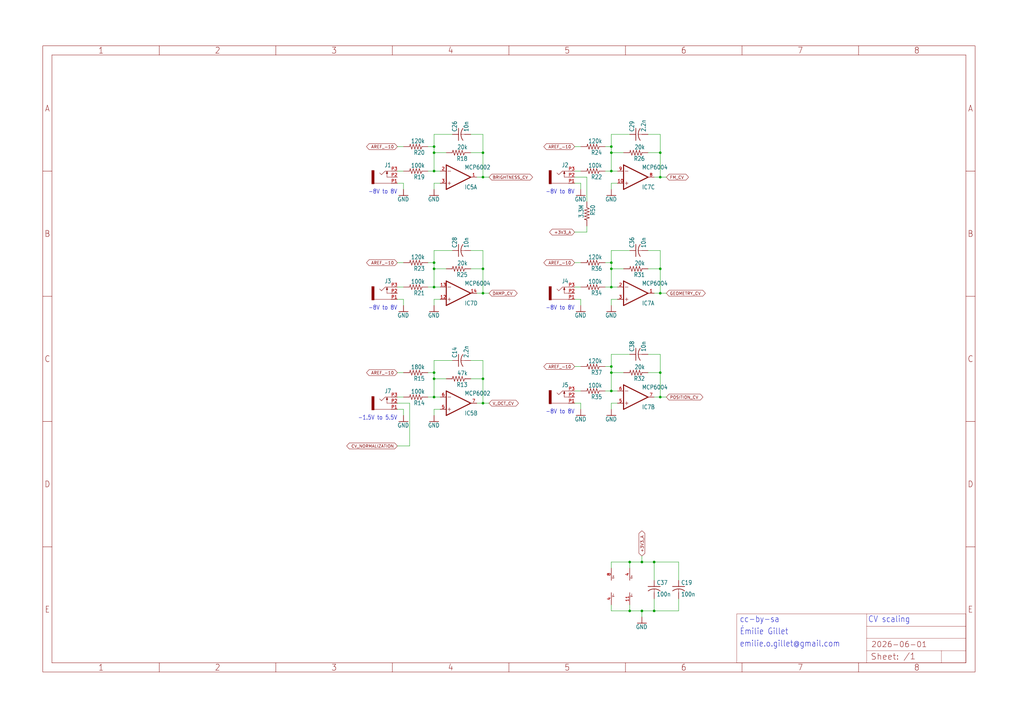
<source format=kicad_sch>
(kicad_sch
	(version 20231120)
	(generator "eeschema")
	(generator_version "8.0")
	(uuid "0ec08056-bad1-480e-90f7-011065028032")
	(paper "User" 425.45 298.602)
	(lib_symbols
		(symbol "4URings-eagle-import:A3L-LOC"
			(exclude_from_sim no)
			(in_bom yes)
			(on_board yes)
			(property "Reference" "#FRAME"
				(at 0 0 0)
				(effects
					(font
						(size 1.27 1.27)
					)
					(hide yes)
				)
			)
			(property "Value" ""
				(at 0 0 0)
				(effects
					(font
						(size 1.27 1.27)
					)
					(hide yes)
				)
			)
			(property "Footprint" ""
				(at 0 0 0)
				(effects
					(font
						(size 1.27 1.27)
					)
					(hide yes)
				)
			)
			(property "Datasheet" ""
				(at 0 0 0)
				(effects
					(font
						(size 1.27 1.27)
					)
					(hide yes)
				)
			)
			(property "Description" "FRAME\n\nDIN A3, landscape with location and doc. field"
				(at 0 0 0)
				(effects
					(font
						(size 1.27 1.27)
					)
					(hide yes)
				)
			)
			(property "ki_locked" ""
				(at 0 0 0)
				(effects
					(font
						(size 1.27 1.27)
					)
				)
			)
			(symbol "A3L-LOC_1_0"
				(polyline
					(pts
						(xy 0 52.07) (xy 3.81 52.07)
					)
					(stroke
						(width 0)
						(type default)
					)
					(fill
						(type none)
					)
				)
				(polyline
					(pts
						(xy 0 104.14) (xy 3.81 104.14)
					)
					(stroke
						(width 0)
						(type default)
					)
					(fill
						(type none)
					)
				)
				(polyline
					(pts
						(xy 0 156.21) (xy 3.81 156.21)
					)
					(stroke
						(width 0)
						(type default)
					)
					(fill
						(type none)
					)
				)
				(polyline
					(pts
						(xy 0 208.28) (xy 3.81 208.28)
					)
					(stroke
						(width 0)
						(type default)
					)
					(fill
						(type none)
					)
				)
				(polyline
					(pts
						(xy 3.81 3.81) (xy 3.81 256.54)
					)
					(stroke
						(width 0)
						(type default)
					)
					(fill
						(type none)
					)
				)
				(polyline
					(pts
						(xy 48.4188 0) (xy 48.4188 3.81)
					)
					(stroke
						(width 0)
						(type default)
					)
					(fill
						(type none)
					)
				)
				(polyline
					(pts
						(xy 48.4188 256.54) (xy 48.4188 260.35)
					)
					(stroke
						(width 0)
						(type default)
					)
					(fill
						(type none)
					)
				)
				(polyline
					(pts
						(xy 96.8375 0) (xy 96.8375 3.81)
					)
					(stroke
						(width 0)
						(type default)
					)
					(fill
						(type none)
					)
				)
				(polyline
					(pts
						(xy 96.8375 256.54) (xy 96.8375 260.35)
					)
					(stroke
						(width 0)
						(type default)
					)
					(fill
						(type none)
					)
				)
				(polyline
					(pts
						(xy 145.2563 0) (xy 145.2563 3.81)
					)
					(stroke
						(width 0)
						(type default)
					)
					(fill
						(type none)
					)
				)
				(polyline
					(pts
						(xy 145.2563 256.54) (xy 145.2563 260.35)
					)
					(stroke
						(width 0)
						(type default)
					)
					(fill
						(type none)
					)
				)
				(polyline
					(pts
						(xy 193.675 0) (xy 193.675 3.81)
					)
					(stroke
						(width 0)
						(type default)
					)
					(fill
						(type none)
					)
				)
				(polyline
					(pts
						(xy 193.675 256.54) (xy 193.675 260.35)
					)
					(stroke
						(width 0)
						(type default)
					)
					(fill
						(type none)
					)
				)
				(polyline
					(pts
						(xy 242.0938 0) (xy 242.0938 3.81)
					)
					(stroke
						(width 0)
						(type default)
					)
					(fill
						(type none)
					)
				)
				(polyline
					(pts
						(xy 242.0938 256.54) (xy 242.0938 260.35)
					)
					(stroke
						(width 0)
						(type default)
					)
					(fill
						(type none)
					)
				)
				(polyline
					(pts
						(xy 288.29 3.81) (xy 288.29 24.13)
					)
					(stroke
						(width 0.1016)
						(type solid)
					)
					(fill
						(type none)
					)
				)
				(polyline
					(pts
						(xy 288.29 3.81) (xy 342.265 3.81)
					)
					(stroke
						(width 0.1016)
						(type solid)
					)
					(fill
						(type none)
					)
				)
				(polyline
					(pts
						(xy 288.29 24.13) (xy 342.265 24.13)
					)
					(stroke
						(width 0.1016)
						(type solid)
					)
					(fill
						(type none)
					)
				)
				(polyline
					(pts
						(xy 290.5125 0) (xy 290.5125 3.81)
					)
					(stroke
						(width 0)
						(type default)
					)
					(fill
						(type none)
					)
				)
				(polyline
					(pts
						(xy 290.5125 256.54) (xy 290.5125 260.35)
					)
					(stroke
						(width 0)
						(type default)
					)
					(fill
						(type none)
					)
				)
				(polyline
					(pts
						(xy 338.9313 0) (xy 338.9313 3.81)
					)
					(stroke
						(width 0)
						(type default)
					)
					(fill
						(type none)
					)
				)
				(polyline
					(pts
						(xy 338.9313 256.54) (xy 338.9313 260.35)
					)
					(stroke
						(width 0)
						(type default)
					)
					(fill
						(type none)
					)
				)
				(polyline
					(pts
						(xy 342.265 3.81) (xy 373.38 3.81)
					)
					(stroke
						(width 0.1016)
						(type solid)
					)
					(fill
						(type none)
					)
				)
				(polyline
					(pts
						(xy 342.265 8.89) (xy 342.265 3.81)
					)
					(stroke
						(width 0.1016)
						(type solid)
					)
					(fill
						(type none)
					)
				)
				(polyline
					(pts
						(xy 342.265 8.89) (xy 342.265 13.97)
					)
					(stroke
						(width 0.1016)
						(type solid)
					)
					(fill
						(type none)
					)
				)
				(polyline
					(pts
						(xy 342.265 13.97) (xy 342.265 19.05)
					)
					(stroke
						(width 0.1016)
						(type solid)
					)
					(fill
						(type none)
					)
				)
				(polyline
					(pts
						(xy 342.265 13.97) (xy 383.54 13.97)
					)
					(stroke
						(width 0.1016)
						(type solid)
					)
					(fill
						(type none)
					)
				)
				(polyline
					(pts
						(xy 342.265 19.05) (xy 342.265 24.13)
					)
					(stroke
						(width 0.1016)
						(type solid)
					)
					(fill
						(type none)
					)
				)
				(polyline
					(pts
						(xy 342.265 19.05) (xy 383.54 19.05)
					)
					(stroke
						(width 0.1016)
						(type solid)
					)
					(fill
						(type none)
					)
				)
				(polyline
					(pts
						(xy 342.265 24.13) (xy 383.54 24.13)
					)
					(stroke
						(width 0.1016)
						(type solid)
					)
					(fill
						(type none)
					)
				)
				(polyline
					(pts
						(xy 373.38 3.81) (xy 373.38 8.89)
					)
					(stroke
						(width 0.1016)
						(type solid)
					)
					(fill
						(type none)
					)
				)
				(polyline
					(pts
						(xy 373.38 3.81) (xy 383.54 3.81)
					)
					(stroke
						(width 0.1016)
						(type solid)
					)
					(fill
						(type none)
					)
				)
				(polyline
					(pts
						(xy 373.38 8.89) (xy 342.265 8.89)
					)
					(stroke
						(width 0.1016)
						(type solid)
					)
					(fill
						(type none)
					)
				)
				(polyline
					(pts
						(xy 373.38 8.89) (xy 383.54 8.89)
					)
					(stroke
						(width 0.1016)
						(type solid)
					)
					(fill
						(type none)
					)
				)
				(polyline
					(pts
						(xy 383.54 3.81) (xy 3.81 3.81)
					)
					(stroke
						(width 0)
						(type default)
					)
					(fill
						(type none)
					)
				)
				(polyline
					(pts
						(xy 383.54 3.81) (xy 383.54 8.89)
					)
					(stroke
						(width 0.1016)
						(type solid)
					)
					(fill
						(type none)
					)
				)
				(polyline
					(pts
						(xy 383.54 3.81) (xy 383.54 256.54)
					)
					(stroke
						(width 0)
						(type default)
					)
					(fill
						(type none)
					)
				)
				(polyline
					(pts
						(xy 383.54 8.89) (xy 383.54 13.97)
					)
					(stroke
						(width 0.1016)
						(type solid)
					)
					(fill
						(type none)
					)
				)
				(polyline
					(pts
						(xy 383.54 13.97) (xy 383.54 19.05)
					)
					(stroke
						(width 0.1016)
						(type solid)
					)
					(fill
						(type none)
					)
				)
				(polyline
					(pts
						(xy 383.54 19.05) (xy 383.54 24.13)
					)
					(stroke
						(width 0.1016)
						(type solid)
					)
					(fill
						(type none)
					)
				)
				(polyline
					(pts
						(xy 383.54 52.07) (xy 387.35 52.07)
					)
					(stroke
						(width 0)
						(type default)
					)
					(fill
						(type none)
					)
				)
				(polyline
					(pts
						(xy 383.54 104.14) (xy 387.35 104.14)
					)
					(stroke
						(width 0)
						(type default)
					)
					(fill
						(type none)
					)
				)
				(polyline
					(pts
						(xy 383.54 156.21) (xy 387.35 156.21)
					)
					(stroke
						(width 0)
						(type default)
					)
					(fill
						(type none)
					)
				)
				(polyline
					(pts
						(xy 383.54 208.28) (xy 387.35 208.28)
					)
					(stroke
						(width 0)
						(type default)
					)
					(fill
						(type none)
					)
				)
				(polyline
					(pts
						(xy 383.54 256.54) (xy 3.81 256.54)
					)
					(stroke
						(width 0)
						(type default)
					)
					(fill
						(type none)
					)
				)
				(polyline
					(pts
						(xy 0 0) (xy 387.35 0) (xy 387.35 260.35) (xy 0 260.35) (xy 0 0)
					)
					(stroke
						(width 0)
						(type default)
					)
					(fill
						(type none)
					)
				)
				(text "${#}/${##}"
					(at 357.505 5.08 0)
					(effects
						(font
							(size 2.54 2.54)
						)
						(justify left bottom)
					)
				)
				(text "${CURRENT_DATE}"
					(at 344.17 10.16 0)
					(effects
						(font
							(size 2.286 2.286)
						)
						(justify left bottom)
					)
				)
				(text "${PROJECTNAME}"
					(at 344.17 15.24 0)
					(effects
						(font
							(size 2.54 2.54)
						)
						(justify left bottom)
					)
				)
				(text "1"
					(at 24.2094 1.905 0)
					(effects
						(font
							(size 2.54 2.286)
						)
					)
				)
				(text "1"
					(at 24.2094 258.445 0)
					(effects
						(font
							(size 2.54 2.286)
						)
					)
				)
				(text "2"
					(at 72.6281 1.905 0)
					(effects
						(font
							(size 2.54 2.286)
						)
					)
				)
				(text "2"
					(at 72.6281 258.445 0)
					(effects
						(font
							(size 2.54 2.286)
						)
					)
				)
				(text "3"
					(at 121.0469 1.905 0)
					(effects
						(font
							(size 2.54 2.286)
						)
					)
				)
				(text "3"
					(at 121.0469 258.445 0)
					(effects
						(font
							(size 2.54 2.286)
						)
					)
				)
				(text "4"
					(at 169.4656 1.905 0)
					(effects
						(font
							(size 2.54 2.286)
						)
					)
				)
				(text "4"
					(at 169.4656 258.445 0)
					(effects
						(font
							(size 2.54 2.286)
						)
					)
				)
				(text "5"
					(at 217.8844 1.905 0)
					(effects
						(font
							(size 2.54 2.286)
						)
					)
				)
				(text "5"
					(at 217.8844 258.445 0)
					(effects
						(font
							(size 2.54 2.286)
						)
					)
				)
				(text "6"
					(at 266.3031 1.905 0)
					(effects
						(font
							(size 2.54 2.286)
						)
					)
				)
				(text "6"
					(at 266.3031 258.445 0)
					(effects
						(font
							(size 2.54 2.286)
						)
					)
				)
				(text "7"
					(at 314.7219 1.905 0)
					(effects
						(font
							(size 2.54 2.286)
						)
					)
				)
				(text "7"
					(at 314.7219 258.445 0)
					(effects
						(font
							(size 2.54 2.286)
						)
					)
				)
				(text "8"
					(at 363.1406 1.905 0)
					(effects
						(font
							(size 2.54 2.286)
						)
					)
				)
				(text "8"
					(at 363.1406 258.445 0)
					(effects
						(font
							(size 2.54 2.286)
						)
					)
				)
				(text "A"
					(at 1.905 234.315 0)
					(effects
						(font
							(size 2.54 2.286)
						)
					)
				)
				(text "A"
					(at 385.445 234.315 0)
					(effects
						(font
							(size 2.54 2.286)
						)
					)
				)
				(text "B"
					(at 1.905 182.245 0)
					(effects
						(font
							(size 2.54 2.286)
						)
					)
				)
				(text "B"
					(at 385.445 182.245 0)
					(effects
						(font
							(size 2.54 2.286)
						)
					)
				)
				(text "C"
					(at 1.905 130.175 0)
					(effects
						(font
							(size 2.54 2.286)
						)
					)
				)
				(text "C"
					(at 385.445 130.175 0)
					(effects
						(font
							(size 2.54 2.286)
						)
					)
				)
				(text "D"
					(at 1.905 78.105 0)
					(effects
						(font
							(size 2.54 2.286)
						)
					)
				)
				(text "D"
					(at 385.445 78.105 0)
					(effects
						(font
							(size 2.54 2.286)
						)
					)
				)
				(text "E"
					(at 1.905 26.035 0)
					(effects
						(font
							(size 2.54 2.286)
						)
					)
				)
				(text "E"
					(at 385.445 26.035 0)
					(effects
						(font
							(size 2.54 2.286)
						)
					)
				)
				(text "Sheet:"
					(at 343.916 4.953 0)
					(effects
						(font
							(size 2.54 2.54)
						)
						(justify left bottom)
					)
				)
			)
		)
		(symbol "4URings-eagle-import:C-USC0603"
			(exclude_from_sim no)
			(in_bom yes)
			(on_board yes)
			(property "Reference" "C"
				(at 1.016 0.635 0)
				(effects
					(font
						(size 1.778 1.5113)
					)
					(justify left bottom)
				)
			)
			(property "Value" ""
				(at 1.016 -4.191 0)
				(effects
					(font
						(size 1.778 1.5113)
					)
					(justify left bottom)
				)
			)
			(property "Footprint" "4URings:C0603"
				(at 0 0 0)
				(effects
					(font
						(size 1.27 1.27)
					)
					(hide yes)
				)
			)
			(property "Datasheet" ""
				(at 0 0 0)
				(effects
					(font
						(size 1.27 1.27)
					)
					(hide yes)
				)
			)
			(property "Description" "CAPACITOR, American symbol"
				(at 0 0 0)
				(effects
					(font
						(size 1.27 1.27)
					)
					(hide yes)
				)
			)
			(property "ki_locked" ""
				(at 0 0 0)
				(effects
					(font
						(size 1.27 1.27)
					)
				)
			)
			(symbol "C-USC0603_1_0"
				(arc
					(start 0 -1.0161)
					(mid -1.302 -1.2303)
					(end -2.4668 -1.8504)
					(stroke
						(width 0.254)
						(type solid)
					)
					(fill
						(type none)
					)
				)
				(polyline
					(pts
						(xy -2.54 0) (xy 2.54 0)
					)
					(stroke
						(width 0.254)
						(type solid)
					)
					(fill
						(type none)
					)
				)
				(polyline
					(pts
						(xy 0 -1.016) (xy 0 -2.54)
					)
					(stroke
						(width 0.1524)
						(type solid)
					)
					(fill
						(type none)
					)
				)
				(arc
					(start 2.4892 -1.8541)
					(mid 1.3158 -1.2194)
					(end 0 -1)
					(stroke
						(width 0.254)
						(type solid)
					)
					(fill
						(type none)
					)
				)
				(pin passive line
					(at 0 2.54 270)
					(length 2.54)
					(name "1"
						(effects
							(font
								(size 0 0)
							)
						)
					)
					(number "1"
						(effects
							(font
								(size 0 0)
							)
						)
					)
				)
				(pin passive line
					(at 0 -5.08 90)
					(length 2.54)
					(name "2"
						(effects
							(font
								(size 0 0)
							)
						)
					)
					(number "2"
						(effects
							(font
								(size 0 0)
							)
						)
					)
				)
			)
		)
		(symbol "4URings-eagle-import:GND"
			(power)
			(exclude_from_sim no)
			(in_bom yes)
			(on_board yes)
			(property "Reference" "#GND"
				(at 0 0 0)
				(effects
					(font
						(size 1.27 1.27)
					)
					(hide yes)
				)
			)
			(property "Value" ""
				(at -2.54 -2.54 0)
				(effects
					(font
						(size 1.778 1.5113)
					)
					(justify left bottom)
				)
			)
			(property "Footprint" ""
				(at 0 0 0)
				(effects
					(font
						(size 1.27 1.27)
					)
					(hide yes)
				)
			)
			(property "Datasheet" ""
				(at 0 0 0)
				(effects
					(font
						(size 1.27 1.27)
					)
					(hide yes)
				)
			)
			(property "Description" "SUPPLY SYMBOL"
				(at 0 0 0)
				(effects
					(font
						(size 1.27 1.27)
					)
					(hide yes)
				)
			)
			(property "ki_locked" ""
				(at 0 0 0)
				(effects
					(font
						(size 1.27 1.27)
					)
				)
			)
			(symbol "GND_1_0"
				(polyline
					(pts
						(xy -1.905 0) (xy 1.905 0)
					)
					(stroke
						(width 0.254)
						(type solid)
					)
					(fill
						(type none)
					)
				)
				(pin power_in line
					(at 0 2.54 270)
					(length 2.54)
					(name "GND"
						(effects
							(font
								(size 0 0)
							)
						)
					)
					(number "1"
						(effects
							(font
								(size 0 0)
							)
						)
					)
				)
			)
		)
		(symbol "4URings-eagle-import:PJ301_THONKICONN6"
			(exclude_from_sim no)
			(in_bom yes)
			(on_board yes)
			(property "Reference" "J"
				(at -2.54 4.064 0)
				(effects
					(font
						(size 1.778 1.5113)
					)
					(justify left bottom)
				)
			)
			(property "Value" ""
				(at 0 0 0)
				(effects
					(font
						(size 1.27 1.27)
					)
					(hide yes)
				)
			)
			(property "Footprint" "4URings:WQP_PJ_301M6"
				(at 0 0 0)
				(effects
					(font
						(size 1.27 1.27)
					)
					(hide yes)
				)
			)
			(property "Datasheet" ""
				(at 0 0 0)
				(effects
					(font
						(size 1.27 1.27)
					)
					(hide yes)
				)
			)
			(property "Description" ""
				(at 0 0 0)
				(effects
					(font
						(size 1.27 1.27)
					)
					(hide yes)
				)
			)
			(property "ki_locked" ""
				(at 0 0 0)
				(effects
					(font
						(size 1.27 1.27)
					)
				)
			)
			(symbol "PJ301_THONKICONN6_1_0"
				(polyline
					(pts
						(xy -2.54 -2.54) (xy 4.572 -2.54)
					)
					(stroke
						(width 0.1524)
						(type solid)
					)
					(fill
						(type none)
					)
				)
				(polyline
					(pts
						(xy -2.54 0) (xy -0.762 0)
					)
					(stroke
						(width 0.1524)
						(type solid)
					)
					(fill
						(type none)
					)
				)
				(polyline
					(pts
						(xy -2.54 2.54) (xy 0 2.54)
					)
					(stroke
						(width 0.1524)
						(type solid)
					)
					(fill
						(type none)
					)
				)
				(polyline
					(pts
						(xy -1.016 1.524) (xy -0.508 1.524)
					)
					(stroke
						(width 0.254)
						(type solid)
					)
					(fill
						(type none)
					)
				)
				(polyline
					(pts
						(xy -0.762 0) (xy -0.762 2.286)
					)
					(stroke
						(width 0.1524)
						(type solid)
					)
					(fill
						(type none)
					)
				)
				(polyline
					(pts
						(xy -0.762 2.286) (xy -1.016 1.524)
					)
					(stroke
						(width 0.254)
						(type solid)
					)
					(fill
						(type none)
					)
				)
				(polyline
					(pts
						(xy -0.508 1.524) (xy -0.762 2.286)
					)
					(stroke
						(width 0.254)
						(type solid)
					)
					(fill
						(type none)
					)
				)
				(polyline
					(pts
						(xy 0 2.54) (xy 1.524 1.016)
					)
					(stroke
						(width 0.1524)
						(type solid)
					)
					(fill
						(type none)
					)
				)
				(polyline
					(pts
						(xy 1.524 1.016) (xy 2.286 1.778)
					)
					(stroke
						(width 0.1524)
						(type solid)
					)
					(fill
						(type none)
					)
				)
				(rectangle
					(start 4.572 2.794)
					(end 5.588 -2.794)
					(stroke
						(width 0)
						(type default)
					)
					(fill
						(type outline)
					)
				)
				(pin passive line
					(at -5.08 -2.54 0)
					(length 2.54)
					(name "1"
						(effects
							(font
								(size 0 0)
							)
						)
					)
					(number "P1"
						(effects
							(font
								(size 1.27 1.27)
							)
						)
					)
				)
				(pin passive line
					(at -5.08 0 0)
					(length 2.54)
					(name "2"
						(effects
							(font
								(size 0 0)
							)
						)
					)
					(number "P2"
						(effects
							(font
								(size 1.27 1.27)
							)
						)
					)
				)
				(pin passive line
					(at -5.08 2.54 0)
					(length 2.54)
					(name "3"
						(effects
							(font
								(size 0 0)
							)
						)
					)
					(number "P3"
						(effects
							(font
								(size 1.27 1.27)
							)
						)
					)
				)
			)
		)
		(symbol "4URings-eagle-import:R-US_R0603"
			(exclude_from_sim no)
			(in_bom yes)
			(on_board yes)
			(property "Reference" "R"
				(at -3.81 1.4986 0)
				(effects
					(font
						(size 1.778 1.5113)
					)
					(justify left bottom)
				)
			)
			(property "Value" ""
				(at -3.81 -3.302 0)
				(effects
					(font
						(size 1.778 1.5113)
					)
					(justify left bottom)
				)
			)
			(property "Footprint" "4URings:R0603"
				(at 0 0 0)
				(effects
					(font
						(size 1.27 1.27)
					)
					(hide yes)
				)
			)
			(property "Datasheet" ""
				(at 0 0 0)
				(effects
					(font
						(size 1.27 1.27)
					)
					(hide yes)
				)
			)
			(property "Description" "RESISTOR, American symbol"
				(at 0 0 0)
				(effects
					(font
						(size 1.27 1.27)
					)
					(hide yes)
				)
			)
			(property "ki_locked" ""
				(at 0 0 0)
				(effects
					(font
						(size 1.27 1.27)
					)
				)
			)
			(symbol "R-US_R0603_1_0"
				(polyline
					(pts
						(xy -2.54 0) (xy -2.159 1.016)
					)
					(stroke
						(width 0.2032)
						(type solid)
					)
					(fill
						(type none)
					)
				)
				(polyline
					(pts
						(xy -2.159 1.016) (xy -1.524 -1.016)
					)
					(stroke
						(width 0.2032)
						(type solid)
					)
					(fill
						(type none)
					)
				)
				(polyline
					(pts
						(xy -1.524 -1.016) (xy -0.889 1.016)
					)
					(stroke
						(width 0.2032)
						(type solid)
					)
					(fill
						(type none)
					)
				)
				(polyline
					(pts
						(xy -0.889 1.016) (xy -0.254 -1.016)
					)
					(stroke
						(width 0.2032)
						(type solid)
					)
					(fill
						(type none)
					)
				)
				(polyline
					(pts
						(xy -0.254 -1.016) (xy 0.381 1.016)
					)
					(stroke
						(width 0.2032)
						(type solid)
					)
					(fill
						(type none)
					)
				)
				(polyline
					(pts
						(xy 0.381 1.016) (xy 1.016 -1.016)
					)
					(stroke
						(width 0.2032)
						(type solid)
					)
					(fill
						(type none)
					)
				)
				(polyline
					(pts
						(xy 1.016 -1.016) (xy 1.651 1.016)
					)
					(stroke
						(width 0.2032)
						(type solid)
					)
					(fill
						(type none)
					)
				)
				(polyline
					(pts
						(xy 1.651 1.016) (xy 2.286 -1.016)
					)
					(stroke
						(width 0.2032)
						(type solid)
					)
					(fill
						(type none)
					)
				)
				(polyline
					(pts
						(xy 2.286 -1.016) (xy 2.54 0)
					)
					(stroke
						(width 0.2032)
						(type solid)
					)
					(fill
						(type none)
					)
				)
				(pin passive line
					(at -5.08 0 0)
					(length 2.54)
					(name "1"
						(effects
							(font
								(size 0 0)
							)
						)
					)
					(number "1"
						(effects
							(font
								(size 0 0)
							)
						)
					)
				)
				(pin passive line
					(at 5.08 0 180)
					(length 2.54)
					(name "2"
						(effects
							(font
								(size 0 0)
							)
						)
					)
					(number "2"
						(effects
							(font
								(size 0 0)
							)
						)
					)
				)
			)
		)
		(symbol "4URings-eagle-import:TL072D"
			(exclude_from_sim no)
			(in_bom yes)
			(on_board yes)
			(property "Reference" "IC"
				(at 2.54 3.175 0)
				(effects
					(font
						(size 1.778 1.5113)
					)
					(justify left bottom)
					(hide yes)
				)
			)
			(property "Value" ""
				(at 2.54 -5.08 0)
				(effects
					(font
						(size 1.778 1.5113)
					)
					(justify left bottom)
					(hide yes)
				)
			)
			(property "Footprint" "4URings:SO08"
				(at 0 0 0)
				(effects
					(font
						(size 1.27 1.27)
					)
					(hide yes)
				)
			)
			(property "Datasheet" ""
				(at 0 0 0)
				(effects
					(font
						(size 1.27 1.27)
					)
					(hide yes)
				)
			)
			(property "Description" "OP AMP"
				(at 0 0 0)
				(effects
					(font
						(size 1.27 1.27)
					)
					(hide yes)
				)
			)
			(property "ki_locked" ""
				(at 0 0 0)
				(effects
					(font
						(size 1.27 1.27)
					)
				)
			)
			(symbol "TL072D_1_0"
				(polyline
					(pts
						(xy -5.08 -5.08) (xy 5.08 0)
					)
					(stroke
						(width 0.4064)
						(type solid)
					)
					(fill
						(type none)
					)
				)
				(polyline
					(pts
						(xy -5.08 5.08) (xy -5.08 -5.08)
					)
					(stroke
						(width 0.4064)
						(type solid)
					)
					(fill
						(type none)
					)
				)
				(polyline
					(pts
						(xy -4.445 -2.54) (xy -3.175 -2.54)
					)
					(stroke
						(width 0.1524)
						(type solid)
					)
					(fill
						(type none)
					)
				)
				(polyline
					(pts
						(xy -4.445 2.54) (xy -3.175 2.54)
					)
					(stroke
						(width 0.1524)
						(type solid)
					)
					(fill
						(type none)
					)
				)
				(polyline
					(pts
						(xy -3.81 3.175) (xy -3.81 1.905)
					)
					(stroke
						(width 0.1524)
						(type solid)
					)
					(fill
						(type none)
					)
				)
				(polyline
					(pts
						(xy 5.08 0) (xy -5.08 5.08)
					)
					(stroke
						(width 0.4064)
						(type solid)
					)
					(fill
						(type none)
					)
				)
				(pin output line
					(at 7.62 0 180)
					(length 2.54)
					(name "OUT"
						(effects
							(font
								(size 0 0)
							)
						)
					)
					(number "1"
						(effects
							(font
								(size 1.27 1.27)
							)
						)
					)
				)
				(pin input line
					(at -7.62 -2.54 0)
					(length 2.54)
					(name "-IN"
						(effects
							(font
								(size 0 0)
							)
						)
					)
					(number "2"
						(effects
							(font
								(size 1.27 1.27)
							)
						)
					)
				)
				(pin input line
					(at -7.62 2.54 0)
					(length 2.54)
					(name "+IN"
						(effects
							(font
								(size 0 0)
							)
						)
					)
					(number "3"
						(effects
							(font
								(size 1.27 1.27)
							)
						)
					)
				)
			)
			(symbol "TL072D_2_0"
				(polyline
					(pts
						(xy -5.08 -5.08) (xy 5.08 0)
					)
					(stroke
						(width 0.4064)
						(type solid)
					)
					(fill
						(type none)
					)
				)
				(polyline
					(pts
						(xy -5.08 5.08) (xy -5.08 -5.08)
					)
					(stroke
						(width 0.4064)
						(type solid)
					)
					(fill
						(type none)
					)
				)
				(polyline
					(pts
						(xy -4.445 -2.54) (xy -3.175 -2.54)
					)
					(stroke
						(width 0.1524)
						(type solid)
					)
					(fill
						(type none)
					)
				)
				(polyline
					(pts
						(xy -4.445 2.54) (xy -3.175 2.54)
					)
					(stroke
						(width 0.1524)
						(type solid)
					)
					(fill
						(type none)
					)
				)
				(polyline
					(pts
						(xy -3.81 3.175) (xy -3.81 1.905)
					)
					(stroke
						(width 0.1524)
						(type solid)
					)
					(fill
						(type none)
					)
				)
				(polyline
					(pts
						(xy 5.08 0) (xy -5.08 5.08)
					)
					(stroke
						(width 0.4064)
						(type solid)
					)
					(fill
						(type none)
					)
				)
				(pin input line
					(at -7.62 2.54 0)
					(length 2.54)
					(name "+IN"
						(effects
							(font
								(size 0 0)
							)
						)
					)
					(number "5"
						(effects
							(font
								(size 1.27 1.27)
							)
						)
					)
				)
				(pin input line
					(at -7.62 -2.54 0)
					(length 2.54)
					(name "-IN"
						(effects
							(font
								(size 0 0)
							)
						)
					)
					(number "6"
						(effects
							(font
								(size 1.27 1.27)
							)
						)
					)
				)
				(pin output line
					(at 7.62 0 180)
					(length 2.54)
					(name "OUT"
						(effects
							(font
								(size 0 0)
							)
						)
					)
					(number "7"
						(effects
							(font
								(size 1.27 1.27)
							)
						)
					)
				)
			)
			(symbol "TL072D_3_0"
				(text "V+"
					(at 1.27 3.175 900)
					(effects
						(font
							(size 0.8128 0.6908)
						)
						(justify left bottom)
					)
				)
				(text "V-"
					(at 1.27 -4.445 900)
					(effects
						(font
							(size 0.8128 0.6908)
						)
						(justify left bottom)
					)
				)
				(pin power_in line
					(at 0 -7.62 90)
					(length 5.08)
					(name "V-"
						(effects
							(font
								(size 0 0)
							)
						)
					)
					(number "4"
						(effects
							(font
								(size 1.27 1.27)
							)
						)
					)
				)
				(pin power_in line
					(at 0 7.62 270)
					(length 5.08)
					(name "V+"
						(effects
							(font
								(size 0 0)
							)
						)
					)
					(number "8"
						(effects
							(font
								(size 1.27 1.27)
							)
						)
					)
				)
			)
		)
		(symbol "4URings-eagle-import:TL074D"
			(exclude_from_sim no)
			(in_bom yes)
			(on_board yes)
			(property "Reference" "IC"
				(at 2.54 3.175 0)
				(effects
					(font
						(size 1.778 1.5113)
					)
					(justify left bottom)
					(hide yes)
				)
			)
			(property "Value" ""
				(at 2.54 -5.08 0)
				(effects
					(font
						(size 1.778 1.5113)
					)
					(justify left bottom)
					(hide yes)
				)
			)
			(property "Footprint" "4URings:SO14"
				(at 0 0 0)
				(effects
					(font
						(size 1.27 1.27)
					)
					(hide yes)
				)
			)
			(property "Datasheet" ""
				(at 0 0 0)
				(effects
					(font
						(size 1.27 1.27)
					)
					(hide yes)
				)
			)
			(property "Description" "OP AMP"
				(at 0 0 0)
				(effects
					(font
						(size 1.27 1.27)
					)
					(hide yes)
				)
			)
			(property "ki_locked" ""
				(at 0 0 0)
				(effects
					(font
						(size 1.27 1.27)
					)
				)
			)
			(symbol "TL074D_1_0"
				(polyline
					(pts
						(xy -5.08 -5.08) (xy 5.08 0)
					)
					(stroke
						(width 0.4064)
						(type solid)
					)
					(fill
						(type none)
					)
				)
				(polyline
					(pts
						(xy -5.08 5.08) (xy -5.08 -5.08)
					)
					(stroke
						(width 0.4064)
						(type solid)
					)
					(fill
						(type none)
					)
				)
				(polyline
					(pts
						(xy -4.445 -2.54) (xy -3.175 -2.54)
					)
					(stroke
						(width 0.1524)
						(type solid)
					)
					(fill
						(type none)
					)
				)
				(polyline
					(pts
						(xy -4.445 2.54) (xy -3.175 2.54)
					)
					(stroke
						(width 0.1524)
						(type solid)
					)
					(fill
						(type none)
					)
				)
				(polyline
					(pts
						(xy -3.81 3.175) (xy -3.81 1.905)
					)
					(stroke
						(width 0.1524)
						(type solid)
					)
					(fill
						(type none)
					)
				)
				(polyline
					(pts
						(xy 5.08 0) (xy -5.08 5.08)
					)
					(stroke
						(width 0.4064)
						(type solid)
					)
					(fill
						(type none)
					)
				)
				(pin output line
					(at 7.62 0 180)
					(length 2.54)
					(name "OUT"
						(effects
							(font
								(size 0 0)
							)
						)
					)
					(number "1"
						(effects
							(font
								(size 1.27 1.27)
							)
						)
					)
				)
				(pin input line
					(at -7.62 -2.54 0)
					(length 2.54)
					(name "-IN"
						(effects
							(font
								(size 0 0)
							)
						)
					)
					(number "2"
						(effects
							(font
								(size 1.27 1.27)
							)
						)
					)
				)
				(pin input line
					(at -7.62 2.54 0)
					(length 2.54)
					(name "+IN"
						(effects
							(font
								(size 0 0)
							)
						)
					)
					(number "3"
						(effects
							(font
								(size 1.27 1.27)
							)
						)
					)
				)
			)
			(symbol "TL074D_2_0"
				(polyline
					(pts
						(xy -5.08 -5.08) (xy 5.08 0)
					)
					(stroke
						(width 0.4064)
						(type solid)
					)
					(fill
						(type none)
					)
				)
				(polyline
					(pts
						(xy -5.08 5.08) (xy -5.08 -5.08)
					)
					(stroke
						(width 0.4064)
						(type solid)
					)
					(fill
						(type none)
					)
				)
				(polyline
					(pts
						(xy -4.445 -2.54) (xy -3.175 -2.54)
					)
					(stroke
						(width 0.1524)
						(type solid)
					)
					(fill
						(type none)
					)
				)
				(polyline
					(pts
						(xy -4.445 2.54) (xy -3.175 2.54)
					)
					(stroke
						(width 0.1524)
						(type solid)
					)
					(fill
						(type none)
					)
				)
				(polyline
					(pts
						(xy -3.81 3.175) (xy -3.81 1.905)
					)
					(stroke
						(width 0.1524)
						(type solid)
					)
					(fill
						(type none)
					)
				)
				(polyline
					(pts
						(xy 5.08 0) (xy -5.08 5.08)
					)
					(stroke
						(width 0.4064)
						(type solid)
					)
					(fill
						(type none)
					)
				)
				(pin input line
					(at -7.62 2.54 0)
					(length 2.54)
					(name "+IN"
						(effects
							(font
								(size 0 0)
							)
						)
					)
					(number "5"
						(effects
							(font
								(size 1.27 1.27)
							)
						)
					)
				)
				(pin input line
					(at -7.62 -2.54 0)
					(length 2.54)
					(name "-IN"
						(effects
							(font
								(size 0 0)
							)
						)
					)
					(number "6"
						(effects
							(font
								(size 1.27 1.27)
							)
						)
					)
				)
				(pin output line
					(at 7.62 0 180)
					(length 2.54)
					(name "OUT"
						(effects
							(font
								(size 0 0)
							)
						)
					)
					(number "7"
						(effects
							(font
								(size 1.27 1.27)
							)
						)
					)
				)
			)
			(symbol "TL074D_3_0"
				(polyline
					(pts
						(xy -5.08 -5.08) (xy 5.08 0)
					)
					(stroke
						(width 0.4064)
						(type solid)
					)
					(fill
						(type none)
					)
				)
				(polyline
					(pts
						(xy -5.08 5.08) (xy -5.08 -5.08)
					)
					(stroke
						(width 0.4064)
						(type solid)
					)
					(fill
						(type none)
					)
				)
				(polyline
					(pts
						(xy -4.445 -2.54) (xy -3.175 -2.54)
					)
					(stroke
						(width 0.1524)
						(type solid)
					)
					(fill
						(type none)
					)
				)
				(polyline
					(pts
						(xy -4.445 2.54) (xy -3.175 2.54)
					)
					(stroke
						(width 0.1524)
						(type solid)
					)
					(fill
						(type none)
					)
				)
				(polyline
					(pts
						(xy -3.81 3.175) (xy -3.81 1.905)
					)
					(stroke
						(width 0.1524)
						(type solid)
					)
					(fill
						(type none)
					)
				)
				(polyline
					(pts
						(xy 5.08 0) (xy -5.08 5.08)
					)
					(stroke
						(width 0.4064)
						(type solid)
					)
					(fill
						(type none)
					)
				)
				(pin input line
					(at -7.62 2.54 0)
					(length 2.54)
					(name "+IN"
						(effects
							(font
								(size 0 0)
							)
						)
					)
					(number "10"
						(effects
							(font
								(size 1.27 1.27)
							)
						)
					)
				)
				(pin output line
					(at 7.62 0 180)
					(length 2.54)
					(name "OUT"
						(effects
							(font
								(size 0 0)
							)
						)
					)
					(number "8"
						(effects
							(font
								(size 1.27 1.27)
							)
						)
					)
				)
				(pin input line
					(at -7.62 -2.54 0)
					(length 2.54)
					(name "-IN"
						(effects
							(font
								(size 0 0)
							)
						)
					)
					(number "9"
						(effects
							(font
								(size 1.27 1.27)
							)
						)
					)
				)
			)
			(symbol "TL074D_4_0"
				(polyline
					(pts
						(xy -5.08 -5.08) (xy 5.08 0)
					)
					(stroke
						(width 0.4064)
						(type solid)
					)
					(fill
						(type none)
					)
				)
				(polyline
					(pts
						(xy -5.08 5.08) (xy -5.08 -5.08)
					)
					(stroke
						(width 0.4064)
						(type solid)
					)
					(fill
						(type none)
					)
				)
				(polyline
					(pts
						(xy -4.445 -2.54) (xy -3.175 -2.54)
					)
					(stroke
						(width 0.1524)
						(type solid)
					)
					(fill
						(type none)
					)
				)
				(polyline
					(pts
						(xy -4.445 2.54) (xy -3.175 2.54)
					)
					(stroke
						(width 0.1524)
						(type solid)
					)
					(fill
						(type none)
					)
				)
				(polyline
					(pts
						(xy -3.81 3.175) (xy -3.81 1.905)
					)
					(stroke
						(width 0.1524)
						(type solid)
					)
					(fill
						(type none)
					)
				)
				(polyline
					(pts
						(xy 5.08 0) (xy -5.08 5.08)
					)
					(stroke
						(width 0.4064)
						(type solid)
					)
					(fill
						(type none)
					)
				)
				(pin input line
					(at -7.62 2.54 0)
					(length 2.54)
					(name "+IN"
						(effects
							(font
								(size 0 0)
							)
						)
					)
					(number "12"
						(effects
							(font
								(size 1.27 1.27)
							)
						)
					)
				)
				(pin input line
					(at -7.62 -2.54 0)
					(length 2.54)
					(name "-IN"
						(effects
							(font
								(size 0 0)
							)
						)
					)
					(number "13"
						(effects
							(font
								(size 1.27 1.27)
							)
						)
					)
				)
				(pin output line
					(at 7.62 0 180)
					(length 2.54)
					(name "OUT"
						(effects
							(font
								(size 0 0)
							)
						)
					)
					(number "14"
						(effects
							(font
								(size 1.27 1.27)
							)
						)
					)
				)
			)
			(symbol "TL074D_5_0"
				(text "V+"
					(at 1.27 3.175 900)
					(effects
						(font
							(size 0.8128 0.6908)
						)
						(justify left bottom)
					)
				)
				(text "V-"
					(at 1.27 -4.445 900)
					(effects
						(font
							(size 0.8128 0.6908)
						)
						(justify left bottom)
					)
				)
				(pin power_in line
					(at 0 -7.62 90)
					(length 5.08)
					(name "V-"
						(effects
							(font
								(size 0 0)
							)
						)
					)
					(number "11"
						(effects
							(font
								(size 1.27 1.27)
							)
						)
					)
				)
				(pin power_in line
					(at 0 7.62 270)
					(length 5.08)
					(name "V+"
						(effects
							(font
								(size 0 0)
							)
						)
					)
					(number "4"
						(effects
							(font
								(size 1.27 1.27)
							)
						)
					)
				)
			)
		)
	)
	(junction
		(at 254 152.4)
		(diameter 0)
		(color 0 0 0 0)
		(uuid "1a104229-2066-4afe-93d4-40a64dc8bbc1")
	)
	(junction
		(at 261.62 254)
		(diameter 0)
		(color 0 0 0 0)
		(uuid "1c2eeb09-41da-450b-95c9-204209205c94")
	)
	(junction
		(at 274.32 63.5)
		(diameter 0)
		(color 0 0 0 0)
		(uuid "1c33c206-e114-44ac-9799-f39cba5d52cf")
	)
	(junction
		(at 200.66 111.76)
		(diameter 0)
		(color 0 0 0 0)
		(uuid "2a127598-29f4-4004-9490-5b549998a269")
	)
	(junction
		(at 266.7 233.68)
		(diameter 0)
		(color 0 0 0 0)
		(uuid "3013ab22-e9ba-4f79-91d8-c652f7085bf0")
	)
	(junction
		(at 180.34 109.22)
		(diameter 0)
		(color 0 0 0 0)
		(uuid "3722c2ca-cad6-47c9-a667-af2507da2739")
	)
	(junction
		(at 254 162.56)
		(diameter 0)
		(color 0 0 0 0)
		(uuid "39c1135f-1154-42c9-bc19-c139df9c8a89")
	)
	(junction
		(at 271.78 254)
		(diameter 0)
		(color 0 0 0 0)
		(uuid "3e6548f9-2095-4076-852e-768f6f73f2a0")
	)
	(junction
		(at 254 119.38)
		(diameter 0)
		(color 0 0 0 0)
		(uuid "452127e7-93e4-4804-bda9-698dd23801a7")
	)
	(junction
		(at 200.66 167.64)
		(diameter 0)
		(color 0 0 0 0)
		(uuid "4819f3ce-5af3-4178-b6c0-d48664ecd67f")
	)
	(junction
		(at 180.34 71.12)
		(diameter 0)
		(color 0 0 0 0)
		(uuid "4c732bae-a68b-45d2-8d56-f1a014ae48e7")
	)
	(junction
		(at 180.34 119.38)
		(diameter 0)
		(color 0 0 0 0)
		(uuid "50b81658-5d60-4399-a3d7-aaed99f4fc96")
	)
	(junction
		(at 200.66 73.66)
		(diameter 0)
		(color 0 0 0 0)
		(uuid "53d04141-54e9-4091-b298-af692ac41b0b")
	)
	(junction
		(at 254 109.22)
		(diameter 0)
		(color 0 0 0 0)
		(uuid "563b7944-8875-4c91-9045-f2dbacfbc2f5")
	)
	(junction
		(at 200.66 121.92)
		(diameter 0)
		(color 0 0 0 0)
		(uuid "5dfaed91-ae8b-47e8-9e15-9e0be9316238")
	)
	(junction
		(at 261.62 233.68)
		(diameter 0)
		(color 0 0 0 0)
		(uuid "621c7d86-e75d-4925-be0f-e26fa82301fd")
	)
	(junction
		(at 254 154.94)
		(diameter 0)
		(color 0 0 0 0)
		(uuid "628168fd-1492-4813-99d6-2cfb66fd620c")
	)
	(junction
		(at 200.66 157.48)
		(diameter 0)
		(color 0 0 0 0)
		(uuid "6d7811b3-0e14-49af-8a37-e22a1e72bc6f")
	)
	(junction
		(at 274.32 154.94)
		(diameter 0)
		(color 0 0 0 0)
		(uuid "6f12f509-cb7f-4160-bfa1-c143da1c0366")
	)
	(junction
		(at 180.34 157.48)
		(diameter 0)
		(color 0 0 0 0)
		(uuid "83441536-5ad8-46ce-8dd6-e3ccac550426")
	)
	(junction
		(at 200.66 63.5)
		(diameter 0)
		(color 0 0 0 0)
		(uuid "8adbf96d-7ac0-4474-b362-2c922cb7e18c")
	)
	(junction
		(at 254 111.76)
		(diameter 0)
		(color 0 0 0 0)
		(uuid "8f526b38-7e10-4611-9852-d7b6adc824b8")
	)
	(junction
		(at 180.34 60.96)
		(diameter 0)
		(color 0 0 0 0)
		(uuid "974d85e0-1c08-495e-938b-c1d557942fa9")
	)
	(junction
		(at 271.78 233.68)
		(diameter 0)
		(color 0 0 0 0)
		(uuid "a54acffd-e637-48ef-8f8a-8d4ba19f16bf")
	)
	(junction
		(at 180.34 63.5)
		(diameter 0)
		(color 0 0 0 0)
		(uuid "b90553c4-7b5e-4485-af33-ad5b0b560517")
	)
	(junction
		(at 274.32 165.1)
		(diameter 0)
		(color 0 0 0 0)
		(uuid "c1e91fe1-7cc3-4d2e-b4ff-1ead7a652d50")
	)
	(junction
		(at 254 60.96)
		(diameter 0)
		(color 0 0 0 0)
		(uuid "c99ba3d3-5462-4145-b7f0-0ae7b7eb79f7")
	)
	(junction
		(at 266.7 254)
		(diameter 0)
		(color 0 0 0 0)
		(uuid "d88c9493-5269-46b5-854f-e5d41b2fcf0f")
	)
	(junction
		(at 274.32 111.76)
		(diameter 0)
		(color 0 0 0 0)
		(uuid "d9c2ae7a-4757-4390-9c28-29b887526bf0")
	)
	(junction
		(at 180.34 154.94)
		(diameter 0)
		(color 0 0 0 0)
		(uuid "e59b09e8-7b73-4f34-9894-951478e7edb5")
	)
	(junction
		(at 254 63.5)
		(diameter 0)
		(color 0 0 0 0)
		(uuid "e68a408d-760c-4a34-abd7-f27709c57996")
	)
	(junction
		(at 274.32 73.66)
		(diameter 0)
		(color 0 0 0 0)
		(uuid "ea827e1f-bba5-4c05-af3c-8b206f61ff7f")
	)
	(junction
		(at 180.34 111.76)
		(diameter 0)
		(color 0 0 0 0)
		(uuid "ede1df92-0921-4cb6-92ae-c91577e3bcc0")
	)
	(junction
		(at 254 71.12)
		(diameter 0)
		(color 0 0 0 0)
		(uuid "f3afb082-a762-4ff4-8ff5-529f48d1a822")
	)
	(junction
		(at 180.34 165.1)
		(diameter 0)
		(color 0 0 0 0)
		(uuid "f7f4325a-f42f-4bc7-9b59-f8e88338866f")
	)
	(junction
		(at 274.32 121.92)
		(diameter 0)
		(color 0 0 0 0)
		(uuid "fe222489-5f9c-4c3e-8e34-756454e84059")
	)
	(wire
		(pts
			(xy 165.1 76.2) (xy 167.64 76.2)
		)
		(stroke
			(width 0.1524)
			(type solid)
		)
		(uuid "015d52bc-0755-4891-8163-812f3b1001ed")
	)
	(wire
		(pts
			(xy 251.46 162.56) (xy 254 162.56)
		)
		(stroke
			(width 0.1524)
			(type solid)
		)
		(uuid "03e9d95d-507f-465e-9e82-c290a3ceb91f")
	)
	(wire
		(pts
			(xy 177.8 109.22) (xy 180.34 109.22)
		)
		(stroke
			(width 0.1524)
			(type solid)
		)
		(uuid "069373ee-d744-4bc6-b897-1b1a149a1223")
	)
	(wire
		(pts
			(xy 254 147.32) (xy 254 152.4)
		)
		(stroke
			(width 0.1524)
			(type solid)
		)
		(uuid "086b2864-02d8-43f6-a49b-788b316ef24b")
	)
	(wire
		(pts
			(xy 254 233.68) (xy 261.62 233.68)
		)
		(stroke
			(width 0.1524)
			(type solid)
		)
		(uuid "096acbea-95a4-4f61-904d-b8e2980327e3")
	)
	(wire
		(pts
			(xy 187.96 55.88) (xy 180.34 55.88)
		)
		(stroke
			(width 0.1524)
			(type solid)
		)
		(uuid "0c97f075-7d98-4d9a-8a6a-7ff86bb58aa0")
	)
	(wire
		(pts
			(xy 261.62 104.14) (xy 254 104.14)
		)
		(stroke
			(width 0.1524)
			(type solid)
		)
		(uuid "0d28d1fa-24b2-4cc0-a11a-835266cfc047")
	)
	(wire
		(pts
			(xy 259.08 111.76) (xy 254 111.76)
		)
		(stroke
			(width 0.1524)
			(type solid)
		)
		(uuid "0d5cd3bb-3e72-497c-8512-7ca3a3bb857b")
	)
	(wire
		(pts
			(xy 177.8 71.12) (xy 180.34 71.12)
		)
		(stroke
			(width 0.1524)
			(type solid)
		)
		(uuid "0df288c5-7ab8-4d26-8a2b-cc7dc29e4364")
	)
	(wire
		(pts
			(xy 274.32 73.66) (xy 276.86 73.66)
		)
		(stroke
			(width 0.1524)
			(type solid)
		)
		(uuid "106d9e17-cc34-443f-969c-637e30c25645")
	)
	(wire
		(pts
			(xy 185.42 157.48) (xy 180.34 157.48)
		)
		(stroke
			(width 0.1524)
			(type solid)
		)
		(uuid "10831b8c-6831-4beb-b38a-f57f1c9cd8b4")
	)
	(wire
		(pts
			(xy 254 251.46) (xy 254 254)
		)
		(stroke
			(width 0.1524)
			(type solid)
		)
		(uuid "10f36f20-d8f3-4c87-81ac-7b2cc3fbfae9")
	)
	(wire
		(pts
			(xy 195.58 104.14) (xy 200.66 104.14)
		)
		(stroke
			(width 0.1524)
			(type solid)
		)
		(uuid "11214a5f-b191-4f68-ae8e-efd3f590b8f8")
	)
	(wire
		(pts
			(xy 271.78 233.68) (xy 271.78 241.3)
		)
		(stroke
			(width 0.1524)
			(type solid)
		)
		(uuid "1428506d-26ac-40cb-8268-b01c0765b5be")
	)
	(wire
		(pts
			(xy 200.66 63.5) (xy 200.66 73.66)
		)
		(stroke
			(width 0.1524)
			(type solid)
		)
		(uuid "1506f24c-6554-4f1e-a3f1-984cd138679e")
	)
	(wire
		(pts
			(xy 177.8 165.1) (xy 180.34 165.1)
		)
		(stroke
			(width 0.1524)
			(type solid)
		)
		(uuid "19a67cd4-28d4-40e1-82cd-689892aa31f1")
	)
	(wire
		(pts
			(xy 256.54 124.46) (xy 254 124.46)
		)
		(stroke
			(width 0.1524)
			(type solid)
		)
		(uuid "1a7fba3b-2765-4e4d-80b4-32165e55b2da")
	)
	(wire
		(pts
			(xy 195.58 55.88) (xy 200.66 55.88)
		)
		(stroke
			(width 0.1524)
			(type solid)
		)
		(uuid "1ae2fb25-f049-4b65-ba1d-a599920655a1")
	)
	(wire
		(pts
			(xy 274.32 165.1) (xy 271.78 165.1)
		)
		(stroke
			(width 0.1524)
			(type solid)
		)
		(uuid "1d0976f8-54da-4ae5-bc63-e647894c127f")
	)
	(wire
		(pts
			(xy 167.64 124.46) (xy 167.64 127)
		)
		(stroke
			(width 0.1524)
			(type solid)
		)
		(uuid "1d6d6e6e-2a5b-446e-a9cd-5a45a3e6aa7f")
	)
	(wire
		(pts
			(xy 274.32 147.32) (xy 274.32 154.94)
		)
		(stroke
			(width 0.1524)
			(type solid)
		)
		(uuid "1e632abe-3a35-4d70-a942-d181d2df4450")
	)
	(wire
		(pts
			(xy 200.66 111.76) (xy 200.66 121.92)
		)
		(stroke
			(width 0.1524)
			(type solid)
		)
		(uuid "20fc94cf-64cb-4c94-8a32-d1636803eadd")
	)
	(wire
		(pts
			(xy 254 104.14) (xy 254 109.22)
		)
		(stroke
			(width 0.1524)
			(type solid)
		)
		(uuid "217068b5-b5c5-494c-acbd-914f76474fb7")
	)
	(wire
		(pts
			(xy 165.1 165.1) (xy 167.64 165.1)
		)
		(stroke
			(width 0.1524)
			(type solid)
		)
		(uuid "251957e9-75ca-4226-9a38-ec6670ecbb15")
	)
	(wire
		(pts
			(xy 254 254) (xy 261.62 254)
		)
		(stroke
			(width 0.1524)
			(type solid)
		)
		(uuid "292a2673-142c-4354-8c4a-e8ca7f074b58")
	)
	(wire
		(pts
			(xy 238.76 119.38) (xy 241.3 119.38)
		)
		(stroke
			(width 0.1524)
			(type solid)
		)
		(uuid "297e1e09-3acf-49c0-8b90-714b90102894")
	)
	(wire
		(pts
			(xy 180.34 109.22) (xy 180.34 111.76)
		)
		(stroke
			(width 0.1524)
			(type solid)
		)
		(uuid "29ebdee8-e750-4859-ab5e-4adcf842ec9c")
	)
	(wire
		(pts
			(xy 281.94 254) (xy 281.94 248.92)
		)
		(stroke
			(width 0.1524)
			(type solid)
		)
		(uuid "2f84806a-d2ed-4e54-b22b-81d474860588")
	)
	(wire
		(pts
			(xy 180.34 165.1) (xy 182.88 165.1)
		)
		(stroke
			(width 0.1524)
			(type solid)
		)
		(uuid "31a6d439-c39d-404a-ab24-220e5dfe7792")
	)
	(wire
		(pts
			(xy 266.7 233.68) (xy 266.7 231.14)
		)
		(stroke
			(width 0.1524)
			(type solid)
		)
		(uuid "3720b828-eaba-41ca-97cb-3ab9a7b0cc99")
	)
	(wire
		(pts
			(xy 167.64 76.2) (xy 167.64 78.74)
		)
		(stroke
			(width 0.1524)
			(type solid)
		)
		(uuid "37a58c0a-cbe1-483e-923d-f1a2f2b4786d")
	)
	(wire
		(pts
			(xy 261.62 233.68) (xy 266.7 233.68)
		)
		(stroke
			(width 0.1524)
			(type solid)
		)
		(uuid "397585bd-b191-4a96-8d33-38640b966b17")
	)
	(wire
		(pts
			(xy 187.96 149.86) (xy 180.34 149.86)
		)
		(stroke
			(width 0.1524)
			(type solid)
		)
		(uuid "3ca31329-e737-41f7-99d7-ac13bdd442be")
	)
	(wire
		(pts
			(xy 266.7 254) (xy 271.78 254)
		)
		(stroke
			(width 0.1524)
			(type solid)
		)
		(uuid "3e65d3e3-6476-40ee-875b-05a803368a5e")
	)
	(wire
		(pts
			(xy 177.8 154.94) (xy 180.34 154.94)
		)
		(stroke
			(width 0.1524)
			(type solid)
		)
		(uuid "40681ffa-6ee8-43c7-b483-b54573fc6eb5")
	)
	(wire
		(pts
			(xy 238.76 124.46) (xy 241.3 124.46)
		)
		(stroke
			(width 0.1524)
			(type solid)
		)
		(uuid "41de04d5-46ba-4ed7-b83c-a97c86e0b5b3")
	)
	(wire
		(pts
			(xy 243.84 83.82) (xy 243.84 73.66)
		)
		(stroke
			(width 0.1524)
			(type solid)
		)
		(uuid "42206d95-c784-414a-9eed-f54ffc8872b0")
	)
	(wire
		(pts
			(xy 243.84 96.52) (xy 238.76 96.52)
		)
		(stroke
			(width 0.1524)
			(type solid)
		)
		(uuid "42701959-57d2-43af-b459-5b5708665bb3")
	)
	(wire
		(pts
			(xy 195.58 149.86) (xy 200.66 149.86)
		)
		(stroke
			(width 0.1524)
			(type solid)
		)
		(uuid "4327e2ef-54a2-4d68-b26e-c2361745a566")
	)
	(wire
		(pts
			(xy 200.66 121.92) (xy 203.2 121.92)
		)
		(stroke
			(width 0.1524)
			(type solid)
		)
		(uuid "43b15ea1-a622-44b9-b940-f8233239af86")
	)
	(wire
		(pts
			(xy 259.08 63.5) (xy 254 63.5)
		)
		(stroke
			(width 0.1524)
			(type solid)
		)
		(uuid "450e3483-9fd9-41d2-af00-c7a8b59c5837")
	)
	(wire
		(pts
			(xy 281.94 233.68) (xy 281.94 241.3)
		)
		(stroke
			(width 0.1524)
			(type solid)
		)
		(uuid "461ccc58-f12e-4425-9d1a-d0db784dcb4d")
	)
	(wire
		(pts
			(xy 238.76 71.12) (xy 241.3 71.12)
		)
		(stroke
			(width 0.1524)
			(type solid)
		)
		(uuid "47e8cd4e-b217-4c3d-a6be-d8f672021105")
	)
	(wire
		(pts
			(xy 254 109.22) (xy 254 111.76)
		)
		(stroke
			(width 0.1524)
			(type solid)
		)
		(uuid "48db910c-c092-418b-97af-e77cecc218e6")
	)
	(wire
		(pts
			(xy 200.66 104.14) (xy 200.66 111.76)
		)
		(stroke
			(width 0.1524)
			(type solid)
		)
		(uuid "49530e17-09b3-45ef-9542-a5331d3b809f")
	)
	(wire
		(pts
			(xy 241.3 167.64) (xy 241.3 170.18)
		)
		(stroke
			(width 0.1524)
			(type solid)
		)
		(uuid "4a1ab95e-0a54-41be-9f39-ed795a7a3252")
	)
	(wire
		(pts
			(xy 261.62 55.88) (xy 254 55.88)
		)
		(stroke
			(width 0.1524)
			(type solid)
		)
		(uuid "4a1be56b-4b54-48d2-a353-0de786466e3a")
	)
	(wire
		(pts
			(xy 274.32 111.76) (xy 274.32 121.92)
		)
		(stroke
			(width 0.1524)
			(type solid)
		)
		(uuid "4b114ee5-9028-4cb4-b14d-e2f0018a9a0e")
	)
	(wire
		(pts
			(xy 170.18 167.64) (xy 170.18 185.42)
		)
		(stroke
			(width 0.1524)
			(type solid)
		)
		(uuid "4b886326-a219-4ae5-b29e-d967435dd2f8")
	)
	(wire
		(pts
			(xy 187.96 104.14) (xy 180.34 104.14)
		)
		(stroke
			(width 0.1524)
			(type solid)
		)
		(uuid "5176d2a2-3f5f-47e2-a2b4-5f8a98a3e3e4")
	)
	(wire
		(pts
			(xy 254 55.88) (xy 254 60.96)
		)
		(stroke
			(width 0.1524)
			(type solid)
		)
		(uuid "51b005fa-6296-493d-9086-cb6b06b54969")
	)
	(wire
		(pts
			(xy 180.34 170.18) (xy 180.34 172.72)
		)
		(stroke
			(width 0.1524)
			(type solid)
		)
		(uuid "51b39150-eafa-4650-9d99-82197fff7758")
	)
	(wire
		(pts
			(xy 254 71.12) (xy 256.54 71.12)
		)
		(stroke
			(width 0.1524)
			(type solid)
		)
		(uuid "53a62c3b-51c8-4be2-ba7a-b6f00edb9f72")
	)
	(wire
		(pts
			(xy 180.34 119.38) (xy 182.88 119.38)
		)
		(stroke
			(width 0.1524)
			(type solid)
		)
		(uuid "5446c66c-52b1-4f66-8b43-10751c669673")
	)
	(wire
		(pts
			(xy 200.66 167.64) (xy 203.2 167.64)
		)
		(stroke
			(width 0.1524)
			(type solid)
		)
		(uuid "54efffaa-3ea4-4bf2-9c58-fd831e3d2754")
	)
	(wire
		(pts
			(xy 165.1 71.12) (xy 167.64 71.12)
		)
		(stroke
			(width 0.1524)
			(type solid)
		)
		(uuid "55af719a-8a39-48fd-83fe-1dc5a488a6da")
	)
	(wire
		(pts
			(xy 200.66 167.64) (xy 198.12 167.64)
		)
		(stroke
			(width 0.1524)
			(type solid)
		)
		(uuid "565fbe15-f92d-4881-860a-efb47116bcc1")
	)
	(wire
		(pts
			(xy 200.66 121.92) (xy 198.12 121.92)
		)
		(stroke
			(width 0.1524)
			(type solid)
		)
		(uuid "56c94420-e29b-4bdf-9f4f-134813ed38ed")
	)
	(wire
		(pts
			(xy 180.34 149.86) (xy 180.34 154.94)
		)
		(stroke
			(width 0.1524)
			(type solid)
		)
		(uuid "57508303-8cf0-4816-8ce1-75e1e6e26246")
	)
	(wire
		(pts
			(xy 167.64 170.18) (xy 167.64 172.72)
		)
		(stroke
			(width 0.1524)
			(type solid)
		)
		(uuid "58ff277c-e458-4793-ba61-8bf65ba6975c")
	)
	(wire
		(pts
			(xy 261.62 236.22) (xy 261.62 233.68)
		)
		(stroke
			(width 0.1524)
			(type solid)
		)
		(uuid "5900ff2d-3860-4978-8135-94eb709286a5")
	)
	(wire
		(pts
			(xy 195.58 63.5) (xy 200.66 63.5)
		)
		(stroke
			(width 0.1524)
			(type solid)
		)
		(uuid "5d2658a7-65cc-49ae-abeb-ffcb5f5e9d9d")
	)
	(wire
		(pts
			(xy 243.84 73.66) (xy 238.76 73.66)
		)
		(stroke
			(width 0.1524)
			(type solid)
		)
		(uuid "637a3148-b817-448d-8f7d-b643dd688966")
	)
	(wire
		(pts
			(xy 251.46 119.38) (xy 254 119.38)
		)
		(stroke
			(width 0.1524)
			(type solid)
		)
		(uuid "653ed147-ad2c-4d3d-980e-657bc370cacf")
	)
	(wire
		(pts
			(xy 182.88 76.2) (xy 180.34 76.2)
		)
		(stroke
			(width 0.1524)
			(type solid)
		)
		(uuid "67fde4ba-1c86-4fbe-acbf-9a20f6a9eaa2")
	)
	(wire
		(pts
			(xy 254 124.46) (xy 254 127)
		)
		(stroke
			(width 0.1524)
			(type solid)
		)
		(uuid "69accb8f-a08c-456c-82f0-2d5664cc3f57")
	)
	(wire
		(pts
			(xy 238.76 109.22) (xy 241.3 109.22)
		)
		(stroke
			(width 0.1524)
			(type solid)
		)
		(uuid "6a54d1d6-bcc4-45f3-a684-cfdd2b372321")
	)
	(wire
		(pts
			(xy 200.66 55.88) (xy 200.66 63.5)
		)
		(stroke
			(width 0.1524)
			(type solid)
		)
		(uuid "70a805d7-fe3e-4f2c-a418-3b03b00eed96")
	)
	(wire
		(pts
			(xy 271.78 248.92) (xy 271.78 254)
		)
		(stroke
			(width 0.1524)
			(type solid)
		)
		(uuid "724d9500-7841-4ce3-b158-0d8717c93e17")
	)
	(wire
		(pts
			(xy 251.46 60.96) (xy 254 60.96)
		)
		(stroke
			(width 0.1524)
			(type solid)
		)
		(uuid "73489170-08f6-4a5a-97b6-30030cc13800")
	)
	(wire
		(pts
			(xy 167.64 109.22) (xy 165.1 109.22)
		)
		(stroke
			(width 0.1524)
			(type solid)
		)
		(uuid "74e7b3ff-1a1c-43f4-b3d9-71ec9bec5631")
	)
	(wire
		(pts
			(xy 180.34 124.46) (xy 180.34 127)
		)
		(stroke
			(width 0.1524)
			(type solid)
		)
		(uuid "75223ca8-5f67-4cd2-a971-eab4016f0243")
	)
	(wire
		(pts
			(xy 261.62 251.46) (xy 261.62 254)
		)
		(stroke
			(width 0.1524)
			(type solid)
		)
		(uuid "75a3f74d-8b63-49f7-ab4e-654c652064f8")
	)
	(wire
		(pts
			(xy 261.62 254) (xy 266.7 254)
		)
		(stroke
			(width 0.1524)
			(type solid)
		)
		(uuid "77ee7612-3bcd-49a1-86d2-ca6ab36c388f")
	)
	(wire
		(pts
			(xy 238.76 60.96) (xy 241.3 60.96)
		)
		(stroke
			(width 0.1524)
			(type solid)
		)
		(uuid "78b496f5-821b-4166-822a-4981c31eb471")
	)
	(wire
		(pts
			(xy 182.88 124.46) (xy 180.34 124.46)
		)
		(stroke
			(width 0.1524)
			(type solid)
		)
		(uuid "78d27f26-0141-4783-a9fd-5fc34fc48fc1")
	)
	(wire
		(pts
			(xy 266.7 254) (xy 266.7 256.54)
		)
		(stroke
			(width 0.1524)
			(type solid)
		)
		(uuid "79616b8b-ae0f-4392-9c8f-32042423937e")
	)
	(wire
		(pts
			(xy 241.3 76.2) (xy 241.3 78.74)
		)
		(stroke
			(width 0.1524)
			(type solid)
		)
		(uuid "79af3cef-cc54-4a28-bb8f-d4b6b34f199d")
	)
	(wire
		(pts
			(xy 180.34 63.5) (xy 180.34 71.12)
		)
		(stroke
			(width 0.1524)
			(type solid)
		)
		(uuid "7a232ed1-2d79-46a1-b36e-32ac27114c90")
	)
	(wire
		(pts
			(xy 200.66 73.66) (xy 198.12 73.66)
		)
		(stroke
			(width 0.1524)
			(type solid)
		)
		(uuid "7a8caeca-11a0-49db-8906-55af68a70aeb")
	)
	(wire
		(pts
			(xy 254 236.22) (xy 254 233.68)
		)
		(stroke
			(width 0.1524)
			(type solid)
		)
		(uuid "7db185b5-8482-4066-bc75-fd23755eac61")
	)
	(wire
		(pts
			(xy 182.88 170.18) (xy 180.34 170.18)
		)
		(stroke
			(width 0.1524)
			(type solid)
		)
		(uuid "7e2e90ea-7304-4b8d-b692-b76c7a2149b7")
	)
	(wire
		(pts
			(xy 195.58 111.76) (xy 200.66 111.76)
		)
		(stroke
			(width 0.1524)
			(type solid)
		)
		(uuid "806ae1e3-d649-49b3-a2bd-9dbe57621e67")
	)
	(wire
		(pts
			(xy 274.32 104.14) (xy 274.32 111.76)
		)
		(stroke
			(width 0.1524)
			(type solid)
		)
		(uuid "82728ddc-3550-46d5-80c0-3e583acc1fa9")
	)
	(wire
		(pts
			(xy 165.1 124.46) (xy 167.64 124.46)
		)
		(stroke
			(width 0.1524)
			(type solid)
		)
		(uuid "83758a69-cb98-4577-9cff-5ec443985b02")
	)
	(wire
		(pts
			(xy 269.24 55.88) (xy 274.32 55.88)
		)
		(stroke
			(width 0.1524)
			(type solid)
		)
		(uuid "83dd45a8-a8a8-4ce5-912b-e5d8d9e78117")
	)
	(wire
		(pts
			(xy 180.34 111.76) (xy 180.34 119.38)
		)
		(stroke
			(width 0.1524)
			(type solid)
		)
		(uuid "8458f05e-71e7-4564-9968-62d6fa5aa007")
	)
	(wire
		(pts
			(xy 274.32 121.92) (xy 276.86 121.92)
		)
		(stroke
			(width 0.1524)
			(type solid)
		)
		(uuid "8511f8db-82de-4073-9310-ec6bba132328")
	)
	(wire
		(pts
			(xy 180.34 76.2) (xy 180.34 78.74)
		)
		(stroke
			(width 0.1524)
			(type solid)
		)
		(uuid "852d6e20-9406-4f51-bfa5-2ab589cb0b7c")
	)
	(wire
		(pts
			(xy 274.32 73.66) (xy 271.78 73.66)
		)
		(stroke
			(width 0.1524)
			(type solid)
		)
		(uuid "86f1235e-08f6-4262-9a8b-1d8b7d4b8c75")
	)
	(wire
		(pts
			(xy 254 167.64) (xy 254 170.18)
		)
		(stroke
			(width 0.1524)
			(type solid)
		)
		(uuid "872aa31d-bc6f-4ee2-a991-13cf21c95ecb")
	)
	(wire
		(pts
			(xy 170.18 185.42) (xy 165.1 185.42)
		)
		(stroke
			(width 0.1524)
			(type solid)
		)
		(uuid "89883add-02d1-454b-b990-238943a657c3")
	)
	(wire
		(pts
			(xy 266.7 233.68) (xy 271.78 233.68)
		)
		(stroke
			(width 0.1524)
			(type solid)
		)
		(uuid "8c70cf06-3845-4727-857f-cd93b1d63e52")
	)
	(wire
		(pts
			(xy 269.24 111.76) (xy 274.32 111.76)
		)
		(stroke
			(width 0.1524)
			(type solid)
		)
		(uuid "8cb27a0a-e1c2-411d-9e80-b105dd7122b6")
	)
	(wire
		(pts
			(xy 238.76 152.4) (xy 241.3 152.4)
		)
		(stroke
			(width 0.1524)
			(type solid)
		)
		(uuid "8f1a70c7-7cba-43e2-be66-bf726f52c8e0")
	)
	(wire
		(pts
			(xy 165.1 154.94) (xy 167.64 154.94)
		)
		(stroke
			(width 0.1524)
			(type solid)
		)
		(uuid "923be88b-0b11-458e-aea1-b8a856298102")
	)
	(wire
		(pts
			(xy 177.8 60.96) (xy 180.34 60.96)
		)
		(stroke
			(width 0.1524)
			(type solid)
		)
		(uuid "92cce386-656b-4ec7-ad97-e5d9fdd80185")
	)
	(wire
		(pts
			(xy 274.32 63.5) (xy 274.32 73.66)
		)
		(stroke
			(width 0.1524)
			(type solid)
		)
		(uuid "92e581b1-4134-4842-a0b7-f72d6001cec1")
	)
	(wire
		(pts
			(xy 269.24 104.14) (xy 274.32 104.14)
		)
		(stroke
			(width 0.1524)
			(type solid)
		)
		(uuid "95cd15de-9db2-4a18-994c-40f0286a0abf")
	)
	(wire
		(pts
			(xy 274.32 154.94) (xy 274.32 165.1)
		)
		(stroke
			(width 0.1524)
			(type solid)
		)
		(uuid "98200bac-685f-429c-9bf3-1614afa22988")
	)
	(wire
		(pts
			(xy 241.3 124.46) (xy 241.3 127)
		)
		(stroke
			(width 0.1524)
			(type solid)
		)
		(uuid "995f87f5-2d6e-4032-844e-09bdcbe576b7")
	)
	(wire
		(pts
			(xy 254 76.2) (xy 254 78.74)
		)
		(stroke
			(width 0.1524)
			(type solid)
		)
		(uuid "9a2bd492-0139-4584-b78c-079da172a6b7")
	)
	(wire
		(pts
			(xy 269.24 154.94) (xy 274.32 154.94)
		)
		(stroke
			(width 0.1524)
			(type solid)
		)
		(uuid "9ac1362d-7914-438b-9d18-985177898c6d")
	)
	(wire
		(pts
			(xy 180.34 55.88) (xy 180.34 60.96)
		)
		(stroke
			(width 0.1524)
			(type solid)
		)
		(uuid "9b13b82e-1d19-4d59-a819-3825a78b469b")
	)
	(wire
		(pts
			(xy 185.42 111.76) (xy 180.34 111.76)
		)
		(stroke
			(width 0.1524)
			(type solid)
		)
		(uuid "9cffd8d8-bd7c-487f-8532-980227fb0d91")
	)
	(wire
		(pts
			(xy 180.34 71.12) (xy 182.88 71.12)
		)
		(stroke
			(width 0.1524)
			(type solid)
		)
		(uuid "9e5a86a5-e48b-4580-8aba-9ef9f15fe8aa")
	)
	(wire
		(pts
			(xy 200.66 73.66) (xy 203.2 73.66)
		)
		(stroke
			(width 0.1524)
			(type solid)
		)
		(uuid "a0214d81-fde3-44aa-bfa5-33e0a88f4c12")
	)
	(wire
		(pts
			(xy 259.08 154.94) (xy 254 154.94)
		)
		(stroke
			(width 0.1524)
			(type solid)
		)
		(uuid "a3db5756-bbf2-43b6-8d6a-0802841589ca")
	)
	(wire
		(pts
			(xy 274.32 55.88) (xy 274.32 63.5)
		)
		(stroke
			(width 0.1524)
			(type solid)
		)
		(uuid "a44bd56c-9bf5-495f-bf42-aacadce506d4")
	)
	(wire
		(pts
			(xy 195.58 157.48) (xy 200.66 157.48)
		)
		(stroke
			(width 0.1524)
			(type solid)
		)
		(uuid "a946b900-2f59-484b-be4a-90c448961c96")
	)
	(wire
		(pts
			(xy 238.76 76.2) (xy 241.3 76.2)
		)
		(stroke
			(width 0.1524)
			(type solid)
		)
		(uuid "a953673c-b859-461e-bab7-b3d54fa80c8c")
	)
	(wire
		(pts
			(xy 238.76 167.64) (xy 241.3 167.64)
		)
		(stroke
			(width 0.1524)
			(type solid)
		)
		(uuid "aa423e97-b100-42b9-9814-c301098eac7e")
	)
	(wire
		(pts
			(xy 200.66 157.48) (xy 200.66 167.64)
		)
		(stroke
			(width 0.1524)
			(type solid)
		)
		(uuid "ae00fd1c-de6f-47f7-8217-4d373f5a26b0")
	)
	(wire
		(pts
			(xy 274.32 121.92) (xy 271.78 121.92)
		)
		(stroke
			(width 0.1524)
			(type solid)
		)
		(uuid "ae88f2b3-1d0a-4d33-a52e-ea06917875ac")
	)
	(wire
		(pts
			(xy 254 119.38) (xy 256.54 119.38)
		)
		(stroke
			(width 0.1524)
			(type solid)
		)
		(uuid "b5ff2836-1ce1-4d76-999c-95afb7b50928")
	)
	(wire
		(pts
			(xy 254 63.5) (xy 254 71.12)
		)
		(stroke
			(width 0.1524)
			(type solid)
		)
		(uuid "b6fb9128-e5ff-4b4d-9c08-5338155a0143")
	)
	(wire
		(pts
			(xy 274.32 165.1) (xy 276.86 165.1)
		)
		(stroke
			(width 0.1524)
			(type solid)
		)
		(uuid "b7392f92-7b67-4586-a17d-3c75fa37e834")
	)
	(wire
		(pts
			(xy 269.24 63.5) (xy 274.32 63.5)
		)
		(stroke
			(width 0.1524)
			(type solid)
		)
		(uuid "b8e5cada-a731-41b1-bb79-242eee327da0")
	)
	(wire
		(pts
			(xy 165.1 170.18) (xy 167.64 170.18)
		)
		(stroke
			(width 0.1524)
			(type solid)
		)
		(uuid "be04f8e5-3280-4e6c-8b66-e7cc778b8167")
	)
	(wire
		(pts
			(xy 256.54 167.64) (xy 254 167.64)
		)
		(stroke
			(width 0.1524)
			(type solid)
		)
		(uuid "c207ede3-9482-4ce2-a301-47adce7050b0")
	)
	(wire
		(pts
			(xy 177.8 119.38) (xy 180.34 119.38)
		)
		(stroke
			(width 0.1524)
			(type solid)
		)
		(uuid "c4fffb98-c8a4-4110-be94-ab454f3cfa59")
	)
	(wire
		(pts
			(xy 254 111.76) (xy 254 119.38)
		)
		(stroke
			(width 0.1524)
			(type solid)
		)
		(uuid "c54da972-8563-41be-8b12-07d777f273cf")
	)
	(wire
		(pts
			(xy 254 152.4) (xy 254 154.94)
		)
		(stroke
			(width 0.1524)
			(type solid)
		)
		(uuid "c92cd9c1-ad57-4a44-9956-b2295b7a6a44")
	)
	(wire
		(pts
			(xy 180.34 154.94) (xy 180.34 157.48)
		)
		(stroke
			(width 0.1524)
			(type solid)
		)
		(uuid "c979efcb-56c8-442a-b183-2aee27fa723c")
	)
	(wire
		(pts
			(xy 185.42 63.5) (xy 180.34 63.5)
		)
		(stroke
			(width 0.1524)
			(type solid)
		)
		(uuid "ce8641a2-8715-4d2d-988e-f9b0b131b980")
	)
	(wire
		(pts
			(xy 254 154.94) (xy 254 162.56)
		)
		(stroke
			(width 0.1524)
			(type solid)
		)
		(uuid "d1af9100-b985-4eb6-ac56-e572cf95f080")
	)
	(wire
		(pts
			(xy 271.78 254) (xy 281.94 254)
		)
		(stroke
			(width 0.1524)
			(type solid)
		)
		(uuid "d28a4bcb-517c-4568-b8cc-c7e0d57301bd")
	)
	(wire
		(pts
			(xy 180.34 104.14) (xy 180.34 109.22)
		)
		(stroke
			(width 0.1524)
			(type solid)
		)
		(uuid "d2a62240-0a54-4327-8f12-4daca42bc11e")
	)
	(wire
		(pts
			(xy 180.34 60.96) (xy 180.34 63.5)
		)
		(stroke
			(width 0.1524)
			(type solid)
		)
		(uuid "d764d621-049b-4ac8-a7a8-e4e73a4c4407")
	)
	(wire
		(pts
			(xy 251.46 71.12) (xy 254 71.12)
		)
		(stroke
			(width 0.1524)
			(type solid)
		)
		(uuid "d833d119-b1fb-4189-b8e7-5d27bb87af9f")
	)
	(wire
		(pts
			(xy 271.78 233.68) (xy 281.94 233.68)
		)
		(stroke
			(width 0.1524)
			(type solid)
		)
		(uuid "d93db53f-4290-473e-928a-3e5a82c252c8")
	)
	(wire
		(pts
			(xy 269.24 147.32) (xy 274.32 147.32)
		)
		(stroke
			(width 0.1524)
			(type solid)
		)
		(uuid "daab4004-d723-446c-9f0d-17c9dfebeb76")
	)
	(wire
		(pts
			(xy 200.66 149.86) (xy 200.66 157.48)
		)
		(stroke
			(width 0.1524)
			(type solid)
		)
		(uuid "dbd68517-917e-49f0-a6a6-e16a689159f8")
	)
	(wire
		(pts
			(xy 251.46 152.4) (xy 254 152.4)
		)
		(stroke
			(width 0.1524)
			(type solid)
		)
		(uuid "df366c03-02ab-4948-8c42-e840dec1319c")
	)
	(wire
		(pts
			(xy 243.84 96.52) (xy 243.84 93.98)
		)
		(stroke
			(width 0.1524)
			(type solid)
		)
		(uuid "e39d8d5d-4b64-4a4c-bf1e-a9c5dafbb282")
	)
	(wire
		(pts
			(xy 238.76 162.56) (xy 241.3 162.56)
		)
		(stroke
			(width 0.1524)
			(type solid)
		)
		(uuid "e597617e-cac2-4f24-8c40-874f16786668")
	)
	(wire
		(pts
			(xy 165.1 167.64) (xy 170.18 167.64)
		)
		(stroke
			(width 0.1524)
			(type solid)
		)
		(uuid "e69e2a11-f6fa-4b6e-b6cd-c99ca557b432")
	)
	(wire
		(pts
			(xy 256.54 76.2) (xy 254 76.2)
		)
		(stroke
			(width 0.1524)
			(type solid)
		)
		(uuid "ead6bb3f-d26d-49e6-b622-10d4afaf0f76")
	)
	(wire
		(pts
			(xy 254 60.96) (xy 254 63.5)
		)
		(stroke
			(width 0.1524)
			(type solid)
		)
		(uuid "eff02f96-6db8-4a37-879d-5050293a371d")
	)
	(wire
		(pts
			(xy 165.1 60.96) (xy 167.64 60.96)
		)
		(stroke
			(width 0.1524)
			(type solid)
		)
		(uuid "f55bae53-7ea8-4df4-855a-3010053d0b5f")
	)
	(wire
		(pts
			(xy 261.62 147.32) (xy 254 147.32)
		)
		(stroke
			(width 0.1524)
			(type solid)
		)
		(uuid "f8645fc8-7239-4c74-9202-5bc730cb90ff")
	)
	(wire
		(pts
			(xy 165.1 119.38) (xy 167.64 119.38)
		)
		(stroke
			(width 0.1524)
			(type solid)
		)
		(uuid "f9eec1bf-c70c-4c0c-954f-da1354dd4a22")
	)
	(wire
		(pts
			(xy 180.34 157.48) (xy 180.34 165.1)
		)
		(stroke
			(width 0.1524)
			(type solid)
		)
		(uuid "fb9b0418-e20e-464c-b6d8-cf90e6abe8d9")
	)
	(wire
		(pts
			(xy 251.46 109.22) (xy 254 109.22)
		)
		(stroke
			(width 0.1524)
			(type solid)
		)
		(uuid "fc72edae-0f03-4bb0-8b14-5db6af2468d1")
	)
	(wire
		(pts
			(xy 254 162.56) (xy 256.54 162.56)
		)
		(stroke
			(width 0.1524)
			(type solid)
		)
		(uuid "fffb6237-230b-44c5-ba45-beee4bee8c75")
	)
	(text "cc-by-sa"
		(exclude_from_sim no)
		(at 307.34 259.08 0)
		(effects
			(font
				(size 2.54 2.159)
			)
			(justify left bottom)
		)
		(uuid "159aa22b-706b-426e-84a1-725465ae3da5")
	)
	(text "emilie.o.gillet@gmail.com"
		(exclude_from_sim no)
		(at 307.34 269.24 0)
		(effects
			(font
				(size 2.54 2.159)
			)
			(justify left bottom)
		)
		(uuid "509a0041-6364-42dd-961e-5bb56035a26c")
	)
	(text "-8V to 8V"
		(exclude_from_sim no)
		(at 165.1 78.74 0)
		(effects
			(font
				(size 1.778 1.5113)
			)
			(justify right top)
		)
		(uuid "53f757bf-4c01-4ee0-80fd-eed1e67c8b75")
	)
	(text "-8V to 8V"
		(exclude_from_sim no)
		(at 238.76 78.74 0)
		(effects
			(font
				(size 1.778 1.5113)
			)
			(justify right top)
		)
		(uuid "573e163c-0293-43cf-b16d-6f8f85cd10e3")
	)
	(text "-8V to 8V"
		(exclude_from_sim no)
		(at 238.76 170.18 0)
		(effects
			(font
				(size 1.778 1.5113)
			)
			(justify right top)
		)
		(uuid "82ea71b0-a278-49c1-bbfb-1921e1b4d517")
	)
	(text "CV scaling"
		(exclude_from_sim no)
		(at 360.68 259.08 0)
		(effects
			(font
				(size 2.54 2.159)
			)
			(justify left bottom)
		)
		(uuid "8a119d95-6e7c-4b58-b9c6-bd734c6379ba")
	)
	(text "-1.5V to 5.5V"
		(exclude_from_sim no)
		(at 165.1 172.72 0)
		(effects
			(font
				(size 1.778 1.5113)
			)
			(justify right top)
		)
		(uuid "a17d9db4-deb9-4061-b6e5-67f0bddfef16")
	)
	(text "Émilie Gillet"
		(exclude_from_sim no)
		(at 307.34 264.16 0)
		(effects
			(font
				(size 2.54 2.159)
			)
			(justify left bottom)
		)
		(uuid "aa9f84e3-124b-4153-9332-50f0bf6807ef")
	)
	(text "-8V to 8V"
		(exclude_from_sim no)
		(at 165.1 127 0)
		(effects
			(font
				(size 1.778 1.5113)
			)
			(justify right top)
		)
		(uuid "bc6fa6a2-ac40-4b99-9304-6da9201143dd")
	)
	(text "-8V to 8V"
		(exclude_from_sim no)
		(at 238.76 127 0)
		(effects
			(font
				(size 1.778 1.5113)
			)
			(justify right top)
		)
		(uuid "f85412a3-9739-4b3b-8400-66904938f7b1")
	)
	(global_label "AREF_-10"
		(shape bidirectional)
		(at 165.1 154.94 180)
		(fields_autoplaced yes)
		(effects
			(font
				(size 1.2446 1.2446)
			)
			(justify right)
		)
		(uuid "039080a3-9650-4f07-8b61-abbe695ba064")
		(property "Intersheetrefs" "${INTERSHEET_REFS}"
			(at 151.7217 154.94 0)
			(effects
				(font
					(size 1.27 1.27)
				)
				(justify right)
				(hide yes)
			)
		)
	)
	(global_label "AREF_-10"
		(shape bidirectional)
		(at 238.76 109.22 180)
		(fields_autoplaced yes)
		(effects
			(font
				(size 1.2446 1.2446)
			)
			(justify right)
		)
		(uuid "1d1c385f-041e-4e07-9ab8-949f3623651a")
		(property "Intersheetrefs" "${INTERSHEET_REFS}"
			(at 225.3817 109.22 0)
			(effects
				(font
					(size 1.27 1.27)
				)
				(justify right)
				(hide yes)
			)
		)
	)
	(global_label "+3V3_A"
		(shape bidirectional)
		(at 266.7 231.14 90)
		(fields_autoplaced yes)
		(effects
			(font
				(size 1.2446 1.2446)
			)
			(justify left)
		)
		(uuid "24cfdb8e-a29c-4ccb-80fe-7fab63ac3c9c")
		(property "Intersheetrefs" "${INTERSHEET_REFS}"
			(at 266.7 220.1324 90)
			(effects
				(font
					(size 1.27 1.27)
				)
				(justify left)
				(hide yes)
			)
		)
	)
	(global_label "DAMP_CV"
		(shape bidirectional)
		(at 203.2 121.92 0)
		(fields_autoplaced yes)
		(effects
			(font
				(size 1.2446 1.2446)
			)
			(justify left)
		)
		(uuid "2527c986-0d3f-4777-a48e-d61b25d316e7")
		(property "Intersheetrefs" "${INTERSHEET_REFS}"
			(at 215.4523 121.92 0)
			(effects
				(font
					(size 1.27 1.27)
				)
				(justify left)
				(hide yes)
			)
		)
	)
	(global_label "AREF_-10"
		(shape bidirectional)
		(at 165.1 60.96 180)
		(fields_autoplaced yes)
		(effects
			(font
				(size 1.2446 1.2446)
			)
			(justify right)
		)
		(uuid "6106ade3-81f6-4af4-bf3c-80c5f1278e96")
		(property "Intersheetrefs" "${INTERSHEET_REFS}"
			(at 151.7217 60.96 0)
			(effects
				(font
					(size 1.27 1.27)
				)
				(justify right)
				(hide yes)
			)
		)
	)
	(global_label "V_OCT_CV"
		(shape bidirectional)
		(at 203.2 167.64 0)
		(fields_autoplaced yes)
		(effects
			(font
				(size 1.2446 1.2446)
			)
			(justify left)
		)
		(uuid "7c419b22-dd19-4314-aeb0-a1d76e3426ff")
		(property "Intersheetrefs" "${INTERSHEET_REFS}"
			(at 215.9858 167.64 0)
			(effects
				(font
					(size 1.27 1.27)
				)
				(justify left)
				(hide yes)
			)
		)
	)
	(global_label "CV_NORMALIZATION"
		(shape bidirectional)
		(at 165.1 185.42 180)
		(fields_autoplaced yes)
		(effects
			(font
				(size 1.2446 1.2446)
			)
			(justify right)
		)
		(uuid "99bee315-9323-43fd-b1de-83a3b0789685")
		(property "Intersheetrefs" "${INTERSHEET_REFS}"
			(at 143.4834 185.42 0)
			(effects
				(font
					(size 1.27 1.27)
				)
				(justify right)
				(hide yes)
			)
		)
	)
	(global_label "FM_CV"
		(shape bidirectional)
		(at 276.86 73.66 0)
		(fields_autoplaced yes)
		(effects
			(font
				(size 1.2446 1.2446)
			)
			(justify left)
		)
		(uuid "a97bd994-55ff-4b0c-940a-30293e4911c9")
		(property "Intersheetrefs" "${INTERSHEET_REFS}"
			(at 286.6231 73.66 0)
			(effects
				(font
					(size 1.27 1.27)
				)
				(justify left)
				(hide yes)
			)
		)
	)
	(global_label "BRIGHTNESS_CV"
		(shape bidirectional)
		(at 203.2 73.66 0)
		(fields_autoplaced yes)
		(effects
			(font
				(size 1.2446 1.2446)
			)
			(justify left)
		)
		(uuid "b2458095-05b2-4221-92fc-e3b854ba46fe")
		(property "Intersheetrefs" "${INTERSHEET_REFS}"
			(at 221.8532 73.66 0)
			(effects
				(font
					(size 1.27 1.27)
				)
				(justify left)
				(hide yes)
			)
		)
	)
	(global_label "POSITION_CV"
		(shape bidirectional)
		(at 276.86 165.1 0)
		(fields_autoplaced yes)
		(effects
			(font
				(size 1.2446 1.2446)
			)
			(justify left)
		)
		(uuid "b881ca5c-e99d-47ea-949c-e0b93e4aa1b8")
		(property "Intersheetrefs" "${INTERSHEET_REFS}"
			(at 292.6092 165.1 0)
			(effects
				(font
					(size 1.27 1.27)
				)
				(justify left)
				(hide yes)
			)
		)
	)
	(global_label "AREF_-10"
		(shape bidirectional)
		(at 238.76 152.4 180)
		(fields_autoplaced yes)
		(effects
			(font
				(size 1.2446 1.2446)
			)
			(justify right)
		)
		(uuid "b98c49f0-7b72-45f5-b8f6-979eea1a598f")
		(property "Intersheetrefs" "${INTERSHEET_REFS}"
			(at 225.3817 152.4 0)
			(effects
				(font
					(size 1.27 1.27)
				)
				(justify right)
				(hide yes)
			)
		)
	)
	(global_label "GEOMETRY_CV"
		(shape bidirectional)
		(at 276.86 121.92 0)
		(fields_autoplaced yes)
		(effects
			(font
				(size 1.2446 1.2446)
			)
			(justify left)
		)
		(uuid "bb9d950c-db97-4d31-a12a-024e595e9d4b")
		(property "Intersheetrefs" "${INTERSHEET_REFS}"
			(at 293.6167 121.92 0)
			(effects
				(font
					(size 1.27 1.27)
				)
				(justify left)
				(hide yes)
			)
		)
	)
	(global_label "AREF_-10"
		(shape bidirectional)
		(at 238.76 60.96 180)
		(fields_autoplaced yes)
		(effects
			(font
				(size 1.2446 1.2446)
			)
			(justify right)
		)
		(uuid "cbb8692c-f45b-43c3-b0e9-666e7772c93f")
		(property "Intersheetrefs" "${INTERSHEET_REFS}"
			(at 225.3817 60.96 0)
			(effects
				(font
					(size 1.27 1.27)
				)
				(justify right)
				(hide yes)
			)
		)
	)
	(global_label "+3V3_A"
		(shape bidirectional)
		(at 238.76 96.52 180)
		(fields_autoplaced yes)
		(effects
			(font
				(size 1.2446 1.2446)
			)
			(justify right)
		)
		(uuid "d2fe9be3-2a8a-4bf8-8f5e-1129479f07b7")
		(property "Intersheetrefs" "${INTERSHEET_REFS}"
			(at 227.7524 96.52 0)
			(effects
				(font
					(size 1.27 1.27)
				)
				(justify right)
				(hide yes)
			)
		)
	)
	(global_label "AREF_-10"
		(shape bidirectional)
		(at 165.1 109.22 180)
		(fields_autoplaced yes)
		(effects
			(font
				(size 1.2446 1.2446)
			)
			(justify right)
		)
		(uuid "f559e709-05a6-4b8b-a1a1-8bf63aad44eb")
		(property "Intersheetrefs" "${INTERSHEET_REFS}"
			(at 151.7217 109.22 0)
			(effects
				(font
					(size 1.27 1.27)
				)
				(justify right)
				(hide yes)
			)
		)
	)
	(symbol
		(lib_id "4URings-eagle-import:C-USC0603")
		(at 271.78 243.84 0)
		(unit 1)
		(exclude_from_sim no)
		(in_bom yes)
		(on_board yes)
		(dnp no)
		(uuid "03a1f27a-f413-4798-9be3-0442f1e8573d")
		(property "Reference" "C37"
			(at 272.796 243.205 0)
			(effects
				(font
					(size 1.778 1.5113)
				)
				(justify left bottom)
			)
		)
		(property "Value" "100n"
			(at 272.796 248.031 0)
			(effects
				(font
					(size 1.778 1.5113)
				)
				(justify left bottom)
			)
		)
		(property "Footprint" "4URings:C0603"
			(at 271.78 243.84 0)
			(effects
				(font
					(size 1.27 1.27)
				)
				(hide yes)
			)
		)
		(property "Datasheet" ""
			(at 271.78 243.84 0)
			(effects
				(font
					(size 1.27 1.27)
				)
				(hide yes)
			)
		)
		(property "Description" ""
			(at 271.78 243.84 0)
			(effects
				(font
					(size 1.27 1.27)
				)
				(hide yes)
			)
		)
		(pin "2"
			(uuid "ded17848-cffe-43db-b302-844e76ac2942")
		)
		(pin "1"
			(uuid "914bdd8a-1122-4b2f-a5a1-bb86a1f745a8")
		)
		(instances
			(project ""
				(path "/5f336f6f-ded2-4fdd-8fba-58ae9f4d3772/0133ff4e-5a24-4a14-9812-aa83c0c21f74"
					(reference "C37")
					(unit 1)
				)
			)
		)
	)
	(symbol
		(lib_id "4URings-eagle-import:GND")
		(at 254 129.54 0)
		(unit 1)
		(exclude_from_sim no)
		(in_bom yes)
		(on_board yes)
		(dnp no)
		(uuid "10dba0d6-ceb2-4469-88de-bd11a37d26fe")
		(property "Reference" "#GND13"
			(at 254 129.54 0)
			(effects
				(font
					(size 1.27 1.27)
				)
				(hide yes)
			)
		)
		(property "Value" "GND"
			(at 251.46 132.08 0)
			(effects
				(font
					(size 1.778 1.5113)
				)
				(justify left bottom)
			)
		)
		(property "Footprint" ""
			(at 254 129.54 0)
			(effects
				(font
					(size 1.27 1.27)
				)
				(hide yes)
			)
		)
		(property "Datasheet" ""
			(at 254 129.54 0)
			(effects
				(font
					(size 1.27 1.27)
				)
				(hide yes)
			)
		)
		(property "Description" ""
			(at 254 129.54 0)
			(effects
				(font
					(size 1.27 1.27)
				)
				(hide yes)
			)
		)
		(pin "1"
			(uuid "9a33d9cf-66de-4b15-9b08-895ff238c290")
		)
		(instances
			(project ""
				(path "/5f336f6f-ded2-4fdd-8fba-58ae9f4d3772/0133ff4e-5a24-4a14-9812-aa83c0c21f74"
					(reference "#GND13")
					(unit 1)
				)
			)
		)
	)
	(symbol
		(lib_id "4URings-eagle-import:R-US_R0603")
		(at 264.16 63.5 180)
		(unit 1)
		(exclude_from_sim no)
		(in_bom yes)
		(on_board yes)
		(dnp no)
		(uuid "29983355-30de-4447-94d2-3c8ebcb00a16")
		(property "Reference" "R26"
			(at 267.97 64.9986 0)
			(effects
				(font
					(size 1.778 1.5113)
				)
				(justify left bottom)
			)
		)
		(property "Value" "20k"
			(at 267.97 60.198 0)
			(effects
				(font
					(size 1.778 1.5113)
				)
				(justify left bottom)
			)
		)
		(property "Footprint" "4URings:R0603"
			(at 264.16 63.5 0)
			(effects
				(font
					(size 1.27 1.27)
				)
				(hide yes)
			)
		)
		(property "Datasheet" ""
			(at 264.16 63.5 0)
			(effects
				(font
					(size 1.27 1.27)
				)
				(hide yes)
			)
		)
		(property "Description" ""
			(at 264.16 63.5 0)
			(effects
				(font
					(size 1.27 1.27)
				)
				(hide yes)
			)
		)
		(pin "1"
			(uuid "39dd7bef-32a3-4f45-910a-d2e52ff9dfbb")
		)
		(pin "2"
			(uuid "ce766d8f-a38a-4369-b532-35467b1196c6")
		)
		(instances
			(project ""
				(path "/5f336f6f-ded2-4fdd-8fba-58ae9f4d3772/0133ff4e-5a24-4a14-9812-aa83c0c21f74"
					(reference "R26")
					(unit 1)
				)
			)
		)
	)
	(symbol
		(lib_id "4URings-eagle-import:PJ301_THONKICONN6")
		(at 233.68 121.92 0)
		(mirror y)
		(unit 1)
		(exclude_from_sim no)
		(in_bom yes)
		(on_board yes)
		(dnp no)
		(uuid "2aea3a01-6a45-48cc-a24e-73877455ff8d")
		(property "Reference" "J4"
			(at 236.22 117.856 0)
			(effects
				(font
					(size 1.778 1.5113)
				)
				(justify left bottom)
			)
		)
		(property "Value" "PJ301_THONKICONN6"
			(at 233.68 121.92 0)
			(effects
				(font
					(size 1.27 1.27)
				)
				(hide yes)
			)
		)
		(property "Footprint" "4URings:WQP_PJ_301M6"
			(at 233.68 121.92 0)
			(effects
				(font
					(size 1.27 1.27)
				)
				(hide yes)
			)
		)
		(property "Datasheet" ""
			(at 233.68 121.92 0)
			(effects
				(font
					(size 1.27 1.27)
				)
				(hide yes)
			)
		)
		(property "Description" ""
			(at 233.68 121.92 0)
			(effects
				(font
					(size 1.27 1.27)
				)
				(hide yes)
			)
		)
		(pin "P1"
			(uuid "ab99b4b4-7b11-4648-955b-7c1dbdfdf6f2")
		)
		(pin "P2"
			(uuid "87f9c124-fdff-48ac-8c9e-caccc71a68c2")
		)
		(pin "P3"
			(uuid "34fc7f59-a8b2-47e5-bdf2-57e16edf8d42")
		)
		(instances
			(project ""
				(path "/5f336f6f-ded2-4fdd-8fba-58ae9f4d3772/0133ff4e-5a24-4a14-9812-aa83c0c21f74"
					(reference "J4")
					(unit 1)
				)
			)
		)
	)
	(symbol
		(lib_id "4URings-eagle-import:GND")
		(at 241.3 172.72 0)
		(unit 1)
		(exclude_from_sim no)
		(in_bom yes)
		(on_board yes)
		(dnp no)
		(uuid "2d680be5-4f5c-44ba-837e-5c75a1cdc824")
		(property "Reference" "#GND53"
			(at 241.3 172.72 0)
			(effects
				(font
					(size 1.27 1.27)
				)
				(hide yes)
			)
		)
		(property "Value" "GND"
			(at 238.76 175.26 0)
			(effects
				(font
					(size 1.778 1.5113)
				)
				(justify left bottom)
			)
		)
		(property "Footprint" ""
			(at 241.3 172.72 0)
			(effects
				(font
					(size 1.27 1.27)
				)
				(hide yes)
			)
		)
		(property "Datasheet" ""
			(at 241.3 172.72 0)
			(effects
				(font
					(size 1.27 1.27)
				)
				(hide yes)
			)
		)
		(property "Description" ""
			(at 241.3 172.72 0)
			(effects
				(font
					(size 1.27 1.27)
				)
				(hide yes)
			)
		)
		(pin "1"
			(uuid "9c4aba5a-7039-4b40-b480-cbfb1d144036")
		)
		(instances
			(project ""
				(path "/5f336f6f-ded2-4fdd-8fba-58ae9f4d3772/0133ff4e-5a24-4a14-9812-aa83c0c21f74"
					(reference "#GND53")
					(unit 1)
				)
			)
		)
	)
	(symbol
		(lib_id "4URings-eagle-import:R-US_R0603")
		(at 190.5 63.5 180)
		(unit 1)
		(exclude_from_sim no)
		(in_bom yes)
		(on_board yes)
		(dnp no)
		(uuid "2e8a943e-b181-41b9-8a01-b6471683c31c")
		(property "Reference" "R18"
			(at 194.31 64.9986 0)
			(effects
				(font
					(size 1.778 1.5113)
				)
				(justify left bottom)
			)
		)
		(property "Value" "20k"
			(at 194.31 60.198 0)
			(effects
				(font
					(size 1.778 1.5113)
				)
				(justify left bottom)
			)
		)
		(property "Footprint" "4URings:R0603"
			(at 190.5 63.5 0)
			(effects
				(font
					(size 1.27 1.27)
				)
				(hide yes)
			)
		)
		(property "Datasheet" ""
			(at 190.5 63.5 0)
			(effects
				(font
					(size 1.27 1.27)
				)
				(hide yes)
			)
		)
		(property "Description" ""
			(at 190.5 63.5 0)
			(effects
				(font
					(size 1.27 1.27)
				)
				(hide yes)
			)
		)
		(pin "1"
			(uuid "d5d12167-b67c-44cc-8fe0-c366eba0a007")
		)
		(pin "2"
			(uuid "7df50488-fac6-4817-bcfa-563fbca70e2e")
		)
		(instances
			(project ""
				(path "/5f336f6f-ded2-4fdd-8fba-58ae9f4d3772/0133ff4e-5a24-4a14-9812-aa83c0c21f74"
					(reference "R18")
					(unit 1)
				)
			)
		)
	)
	(symbol
		(lib_id "4URings-eagle-import:TL072D")
		(at 190.5 73.66 0)
		(mirror x)
		(unit 1)
		(exclude_from_sim no)
		(in_bom yes)
		(on_board yes)
		(dnp no)
		(uuid "321466a8-bb26-47a4-97ed-f18fd542b909")
		(property "Reference" "IC5"
			(at 193.04 76.835 0)
			(effects
				(font
					(size 1.778 1.5113)
				)
				(justify left bottom)
			)
		)
		(property "Value" "MCP6002"
			(at 193.04 68.58 0)
			(effects
				(font
					(size 1.778 1.5113)
				)
				(justify left bottom)
			)
		)
		(property "Footprint" "4URings:SO08"
			(at 190.5 73.66 0)
			(effects
				(font
					(size 1.27 1.27)
				)
				(hide yes)
			)
		)
		(property "Datasheet" ""
			(at 190.5 73.66 0)
			(effects
				(font
					(size 1.27 1.27)
				)
				(hide yes)
			)
		)
		(property "Description" ""
			(at 190.5 73.66 0)
			(effects
				(font
					(size 1.27 1.27)
				)
				(hide yes)
			)
		)
		(pin "3"
			(uuid "cccef13d-7a8d-4513-9c09-0b85e756f227")
		)
		(pin "5"
			(uuid "46eeb3c4-f0e5-4d77-931a-bfc8e9188ff0")
		)
		(pin "7"
			(uuid "d6f6a178-f306-45d2-ac4d-afb4d3e295a2")
		)
		(pin "1"
			(uuid "4f35944d-e30a-4443-bd3a-aee728a4111d")
		)
		(pin "8"
			(uuid "f4214d81-57a4-475f-92e2-9f1ec80dad82")
		)
		(pin "4"
			(uuid "5baba59f-e946-4f0a-9e01-ee6d8b49746a")
		)
		(pin "2"
			(uuid "d2eae5d4-e5e4-47a1-91a7-3c5d1a1dfde1")
		)
		(pin "6"
			(uuid "94752d26-3a81-4cc6-b556-09d248af6141")
		)
		(instances
			(project ""
				(path "/5f336f6f-ded2-4fdd-8fba-58ae9f4d3772/0133ff4e-5a24-4a14-9812-aa83c0c21f74"
					(reference "IC5")
					(unit 1)
				)
			)
		)
	)
	(symbol
		(lib_id "4URings-eagle-import:GND")
		(at 180.34 129.54 0)
		(unit 1)
		(exclude_from_sim no)
		(in_bom yes)
		(on_board yes)
		(dnp no)
		(uuid "350850ab-f949-4d4f-bacf-8555ba8a66d8")
		(property "Reference" "#GND11"
			(at 180.34 129.54 0)
			(effects
				(font
					(size 1.27 1.27)
				)
				(hide yes)
			)
		)
		(property "Value" "GND"
			(at 177.8 132.08 0)
			(effects
				(font
					(size 1.778 1.5113)
				)
				(justify left bottom)
			)
		)
		(property "Footprint" ""
			(at 180.34 129.54 0)
			(effects
				(font
					(size 1.27 1.27)
				)
				(hide yes)
			)
		)
		(property "Datasheet" ""
			(at 180.34 129.54 0)
			(effects
				(font
					(size 1.27 1.27)
				)
				(hide yes)
			)
		)
		(property "Description" ""
			(at 180.34 129.54 0)
			(effects
				(font
					(size 1.27 1.27)
				)
				(hide yes)
			)
		)
		(pin "1"
			(uuid "8298d568-2bf0-4ba2-a997-5e9d4fa54696")
		)
		(instances
			(project ""
				(path "/5f336f6f-ded2-4fdd-8fba-58ae9f4d3772/0133ff4e-5a24-4a14-9812-aa83c0c21f74"
					(reference "#GND11")
					(unit 1)
				)
			)
		)
	)
	(symbol
		(lib_id "4URings-eagle-import:GND")
		(at 254 81.28 0)
		(unit 1)
		(exclude_from_sim no)
		(in_bom yes)
		(on_board yes)
		(dnp no)
		(uuid "3772d169-f82a-473f-8c02-c06b88a6ce43")
		(property "Reference" "#GND9"
			(at 254 81.28 0)
			(effects
				(font
					(size 1.27 1.27)
				)
				(hide yes)
			)
		)
		(property "Value" "GND"
			(at 251.46 83.82 0)
			(effects
				(font
					(size 1.778 1.5113)
				)
				(justify left bottom)
			)
		)
		(property "Footprint" ""
			(at 254 81.28 0)
			(effects
				(font
					(size 1.27 1.27)
				)
				(hide yes)
			)
		)
		(property "Datasheet" ""
			(at 254 81.28 0)
			(effects
				(font
					(size 1.27 1.27)
				)
				(hide yes)
			)
		)
		(property "Description" ""
			(at 254 81.28 0)
			(effects
				(font
					(size 1.27 1.27)
				)
				(hide yes)
			)
		)
		(pin "1"
			(uuid "9e52d747-9b36-4526-8c39-691ecf826aef")
		)
		(instances
			(project ""
				(path "/5f336f6f-ded2-4fdd-8fba-58ae9f4d3772/0133ff4e-5a24-4a14-9812-aa83c0c21f74"
					(reference "#GND9")
					(unit 1)
				)
			)
		)
	)
	(symbol
		(lib_id "4URings-eagle-import:R-US_R0603")
		(at 243.84 88.9 270)
		(unit 1)
		(exclude_from_sim no)
		(in_bom yes)
		(on_board yes)
		(dnp no)
		(uuid "40a8c6b6-7413-41fb-842c-12c8a001ad04")
		(property "Reference" "R50"
			(at 245.3386 85.09 0)
			(effects
				(font
					(size 1.778 1.5113)
				)
				(justify left bottom)
			)
		)
		(property "Value" "3.3M"
			(at 240.538 85.09 0)
			(effects
				(font
					(size 1.778 1.5113)
				)
				(justify left bottom)
			)
		)
		(property "Footprint" "4URings:R0603"
			(at 243.84 88.9 0)
			(effects
				(font
					(size 1.27 1.27)
				)
				(hide yes)
			)
		)
		(property "Datasheet" ""
			(at 243.84 88.9 0)
			(effects
				(font
					(size 1.27 1.27)
				)
				(hide yes)
			)
		)
		(property "Description" ""
			(at 243.84 88.9 0)
			(effects
				(font
					(size 1.27 1.27)
				)
				(hide yes)
			)
		)
		(pin "2"
			(uuid "65c8d913-a716-4607-aac4-71a38d068681")
		)
		(pin "1"
			(uuid "709c15c0-b3b2-4e7c-b382-f0f2f216c51b")
		)
		(instances
			(project ""
				(path "/5f336f6f-ded2-4fdd-8fba-58ae9f4d3772/0133ff4e-5a24-4a14-9812-aa83c0c21f74"
					(reference "R50")
					(unit 1)
				)
			)
		)
	)
	(symbol
		(lib_id "4URings-eagle-import:R-US_R0603")
		(at 190.5 111.76 180)
		(unit 1)
		(exclude_from_sim no)
		(in_bom yes)
		(on_board yes)
		(dnp no)
		(uuid "45992d3f-ea5f-43cc-9586-b69b01a727c9")
		(property "Reference" "R25"
			(at 194.31 113.2586 0)
			(effects
				(font
					(size 1.778 1.5113)
				)
				(justify left bottom)
			)
		)
		(property "Value" "20k"
			(at 194.31 108.458 0)
			(effects
				(font
					(size 1.778 1.5113)
				)
				(justify left bottom)
			)
		)
		(property "Footprint" "4URings:R0603"
			(at 190.5 111.76 0)
			(effects
				(font
					(size 1.27 1.27)
				)
				(hide yes)
			)
		)
		(property "Datasheet" ""
			(at 190.5 111.76 0)
			(effects
				(font
					(size 1.27 1.27)
				)
				(hide yes)
			)
		)
		(property "Description" ""
			(at 190.5 111.76 0)
			(effects
				(font
					(size 1.27 1.27)
				)
				(hide yes)
			)
		)
		(pin "2"
			(uuid "7d24a262-5444-4dd9-912f-142dd6029b66")
		)
		(pin "1"
			(uuid "21e48554-10b4-4b1e-9d07-28bd6d7fd149")
		)
		(instances
			(project ""
				(path "/5f336f6f-ded2-4fdd-8fba-58ae9f4d3772/0133ff4e-5a24-4a14-9812-aa83c0c21f74"
					(reference "R25")
					(unit 1)
				)
			)
		)
	)
	(symbol
		(lib_id "4URings-eagle-import:GND")
		(at 241.3 129.54 0)
		(unit 1)
		(exclude_from_sim no)
		(in_bom yes)
		(on_board yes)
		(dnp no)
		(uuid "467cf602-e9cd-43bb-9a00-17a74d19855c")
		(property "Reference" "#GND6"
			(at 241.3 129.54 0)
			(effects
				(font
					(size 1.27 1.27)
				)
				(hide yes)
			)
		)
		(property "Value" "GND"
			(at 238.76 132.08 0)
			(effects
				(font
					(size 1.778 1.5113)
				)
				(justify left bottom)
			)
		)
		(property "Footprint" ""
			(at 241.3 129.54 0)
			(effects
				(font
					(size 1.27 1.27)
				)
				(hide yes)
			)
		)
		(property "Datasheet" ""
			(at 241.3 129.54 0)
			(effects
				(font
					(size 1.27 1.27)
				)
				(hide yes)
			)
		)
		(property "Description" ""
			(at 241.3 129.54 0)
			(effects
				(font
					(size 1.27 1.27)
				)
				(hide yes)
			)
		)
		(pin "1"
			(uuid "73c4b83a-b4a3-4b53-9f0e-f4072f7fd956")
		)
		(instances
			(project ""
				(path "/5f336f6f-ded2-4fdd-8fba-58ae9f4d3772/0133ff4e-5a24-4a14-9812-aa83c0c21f74"
					(reference "#GND6")
					(unit 1)
				)
			)
		)
	)
	(symbol
		(lib_id "4URings-eagle-import:PJ301_THONKICONN6")
		(at 160.02 167.64 0)
		(mirror y)
		(unit 1)
		(exclude_from_sim no)
		(in_bom yes)
		(on_board yes)
		(dnp no)
		(uuid "49bd4e5d-c91e-4355-b2fd-7034aad993f6")
		(property "Reference" "J7"
			(at 162.56 163.576 0)
			(effects
				(font
					(size 1.778 1.5113)
				)
				(justify left bottom)
			)
		)
		(property "Value" "PJ301_THONKICONN6"
			(at 160.02 167.64 0)
			(effects
				(font
					(size 1.27 1.27)
				)
				(hide yes)
			)
		)
		(property "Footprint" "4URings:WQP_PJ_301M6"
			(at 160.02 167.64 0)
			(effects
				(font
					(size 1.27 1.27)
				)
				(hide yes)
			)
		)
		(property "Datasheet" ""
			(at 160.02 167.64 0)
			(effects
				(font
					(size 1.27 1.27)
				)
				(hide yes)
			)
		)
		(property "Description" ""
			(at 160.02 167.64 0)
			(effects
				(font
					(size 1.27 1.27)
				)
				(hide yes)
			)
		)
		(pin "P2"
			(uuid "3c9a9211-4987-489a-99c4-dd393b718793")
		)
		(pin "P3"
			(uuid "ae94d088-869f-403b-898a-093d1d6e9310")
		)
		(pin "P1"
			(uuid "55fea962-6c31-42ac-8fcd-538a3ffd3b46")
		)
		(instances
			(project ""
				(path "/5f336f6f-ded2-4fdd-8fba-58ae9f4d3772/0133ff4e-5a24-4a14-9812-aa83c0c21f74"
					(reference "J7")
					(unit 1)
				)
			)
		)
	)
	(symbol
		(lib_id "4URings-eagle-import:GND")
		(at 180.34 175.26 0)
		(unit 1)
		(exclude_from_sim no)
		(in_bom yes)
		(on_board yes)
		(dnp no)
		(uuid "4b745de8-2b22-406a-b9fb-79cad3383ba4")
		(property "Reference" "#GND50"
			(at 180.34 175.26 0)
			(effects
				(font
					(size 1.27 1.27)
				)
				(hide yes)
			)
		)
		(property "Value" "GND"
			(at 177.8 177.8 0)
			(effects
				(font
					(size 1.778 1.5113)
				)
				(justify left bottom)
			)
		)
		(property "Footprint" ""
			(at 180.34 175.26 0)
			(effects
				(font
					(size 1.27 1.27)
				)
				(hide yes)
			)
		)
		(property "Datasheet" ""
			(at 180.34 175.26 0)
			(effects
				(font
					(size 1.27 1.27)
				)
				(hide yes)
			)
		)
		(property "Description" ""
			(at 180.34 175.26 0)
			(effects
				(font
					(size 1.27 1.27)
				)
				(hide yes)
			)
		)
		(pin "1"
			(uuid "e1cf3000-b242-4b9c-a5c9-2776ba587a25")
		)
		(instances
			(project ""
				(path "/5f336f6f-ded2-4fdd-8fba-58ae9f4d3772/0133ff4e-5a24-4a14-9812-aa83c0c21f74"
					(reference "#GND50")
					(unit 1)
				)
			)
		)
	)
	(symbol
		(lib_id "4URings-eagle-import:PJ301_THONKICONN6")
		(at 233.68 165.1 0)
		(mirror y)
		(unit 1)
		(exclude_from_sim no)
		(in_bom yes)
		(on_board yes)
		(dnp no)
		(uuid "50cded5e-7ddb-4ea7-ad2f-7c4890f4511f")
		(property "Reference" "J5"
			(at 236.22 161.036 0)
			(effects
				(font
					(size 1.778 1.5113)
				)
				(justify left bottom)
			)
		)
		(property "Value" "PJ301_THONKICONN6"
			(at 233.68 165.1 0)
			(effects
				(font
					(size 1.27 1.27)
				)
				(hide yes)
			)
		)
		(property "Footprint" "4URings:WQP_PJ_301M6"
			(at 233.68 165.1 0)
			(effects
				(font
					(size 1.27 1.27)
				)
				(hide yes)
			)
		)
		(property "Datasheet" ""
			(at 233.68 165.1 0)
			(effects
				(font
					(size 1.27 1.27)
				)
				(hide yes)
			)
		)
		(property "Description" ""
			(at 233.68 165.1 0)
			(effects
				(font
					(size 1.27 1.27)
				)
				(hide yes)
			)
		)
		(pin "P1"
			(uuid "8bd4a26c-097e-4364-9ee0-e5de38d744cc")
		)
		(pin "P2"
			(uuid "e3101fe5-2875-4854-b8a1-c2045bcf9fa6")
		)
		(pin "P3"
			(uuid "3400cc7a-0143-4cf8-adfd-bad36053270c")
		)
		(instances
			(project ""
				(path "/5f336f6f-ded2-4fdd-8fba-58ae9f4d3772/0133ff4e-5a24-4a14-9812-aa83c0c21f74"
					(reference "J5")
					(unit 1)
				)
			)
		)
	)
	(symbol
		(lib_id "4URings-eagle-import:R-US_R0603")
		(at 264.16 154.94 180)
		(unit 1)
		(exclude_from_sim no)
		(in_bom yes)
		(on_board yes)
		(dnp no)
		(uuid "50dba022-9bf6-4af3-835b-031da2bdf3fe")
		(property "Reference" "R32"
			(at 267.97 156.4386 0)
			(effects
				(font
					(size 1.778 1.5113)
				)
				(justify left bottom)
			)
		)
		(property "Value" "20k"
			(at 267.97 151.638 0)
			(effects
				(font
					(size 1.778 1.5113)
				)
				(justify left bottom)
			)
		)
		(property "Footprint" "4URings:R0603"
			(at 264.16 154.94 0)
			(effects
				(font
					(size 1.27 1.27)
				)
				(hide yes)
			)
		)
		(property "Datasheet" ""
			(at 264.16 154.94 0)
			(effects
				(font
					(size 1.27 1.27)
				)
				(hide yes)
			)
		)
		(property "Description" ""
			(at 264.16 154.94 0)
			(effects
				(font
					(size 1.27 1.27)
				)
				(hide yes)
			)
		)
		(pin "2"
			(uuid "81422e56-c884-4e2b-9d2f-2410f18af6f6")
		)
		(pin "1"
			(uuid "ddc633cd-a7fc-42d1-b05c-6e691a2a916b")
		)
		(instances
			(project ""
				(path "/5f336f6f-ded2-4fdd-8fba-58ae9f4d3772/0133ff4e-5a24-4a14-9812-aa83c0c21f74"
					(reference "R32")
					(unit 1)
				)
			)
		)
	)
	(symbol
		(lib_id "4URings-eagle-import:R-US_R0603")
		(at 246.38 109.22 180)
		(unit 1)
		(exclude_from_sim no)
		(in_bom yes)
		(on_board yes)
		(dnp no)
		(uuid "51178832-71df-4644-9fdb-2c83f1ce9487")
		(property "Reference" "R36"
			(at 250.19 110.7186 0)
			(effects
				(font
					(size 1.778 1.5113)
				)
				(justify left bottom)
			)
		)
		(property "Value" "120k"
			(at 250.19 105.918 0)
			(effects
				(font
					(size 1.778 1.5113)
				)
				(justify left bottom)
			)
		)
		(property "Footprint" "4URings:R0603"
			(at 246.38 109.22 0)
			(effects
				(font
					(size 1.27 1.27)
				)
				(hide yes)
			)
		)
		(property "Datasheet" ""
			(at 246.38 109.22 0)
			(effects
				(font
					(size 1.27 1.27)
				)
				(hide yes)
			)
		)
		(property "Description" ""
			(at 246.38 109.22 0)
			(effects
				(font
					(size 1.27 1.27)
				)
				(hide yes)
			)
		)
		(pin "2"
			(uuid "124bfd79-56bb-4a73-b68c-374da9e0054a")
		)
		(pin "1"
			(uuid "b7c856ba-d0c4-4f64-9a3a-4654fd1532a6")
		)
		(instances
			(project ""
				(path "/5f336f6f-ded2-4fdd-8fba-58ae9f4d3772/0133ff4e-5a24-4a14-9812-aa83c0c21f74"
					(reference "R36")
					(unit 1)
				)
			)
		)
	)
	(symbol
		(lib_id "4URings-eagle-import:R-US_R0603")
		(at 172.72 119.38 180)
		(unit 1)
		(exclude_from_sim no)
		(in_bom yes)
		(on_board yes)
		(dnp no)
		(uuid "5833853f-7b2a-41b2-9680-61f34ef70e9b")
		(property "Reference" "R21"
			(at 176.53 120.8786 0)
			(effects
				(font
					(size 1.778 1.5113)
				)
				(justify left bottom)
			)
		)
		(property "Value" "100k"
			(at 176.53 116.078 0)
			(effects
				(font
					(size 1.778 1.5113)
				)
				(justify left bottom)
			)
		)
		(property "Footprint" "4URings:R0603"
			(at 172.72 119.38 0)
			(effects
				(font
					(size 1.27 1.27)
				)
				(hide yes)
			)
		)
		(property "Datasheet" ""
			(at 172.72 119.38 0)
			(effects
				(font
					(size 1.27 1.27)
				)
				(hide yes)
			)
		)
		(property "Description" ""
			(at 172.72 119.38 0)
			(effects
				(font
					(size 1.27 1.27)
				)
				(hide yes)
			)
		)
		(pin "2"
			(uuid "ec59d9b6-ca27-4ef1-97a1-9c0e92eab830")
		)
		(pin "1"
			(uuid "0c7ede3b-7c57-4df8-a337-9e8ea2363140")
		)
		(instances
			(project ""
				(path "/5f336f6f-ded2-4fdd-8fba-58ae9f4d3772/0133ff4e-5a24-4a14-9812-aa83c0c21f74"
					(reference "R21")
					(unit 1)
				)
			)
		)
	)
	(symbol
		(lib_id "4URings-eagle-import:R-US_R0603")
		(at 172.72 60.96 180)
		(unit 1)
		(exclude_from_sim no)
		(in_bom yes)
		(on_board yes)
		(dnp no)
		(uuid "588e7056-2a6e-4586-9ff3-9908f1d5ae78")
		(property "Reference" "R20"
			(at 176.53 62.4586 0)
			(effects
				(font
					(size 1.778 1.5113)
				)
				(justify left bottom)
			)
		)
		(property "Value" "120k"
			(at 176.53 57.658 0)
			(effects
				(font
					(size 1.778 1.5113)
				)
				(justify left bottom)
			)
		)
		(property "Footprint" "4URings:R0603"
			(at 172.72 60.96 0)
			(effects
				(font
					(size 1.27 1.27)
				)
				(hide yes)
			)
		)
		(property "Datasheet" ""
			(at 172.72 60.96 0)
			(effects
				(font
					(size 1.27 1.27)
				)
				(hide yes)
			)
		)
		(property "Description" ""
			(at 172.72 60.96 0)
			(effects
				(font
					(size 1.27 1.27)
				)
				(hide yes)
			)
		)
		(pin "1"
			(uuid "6fa035ee-526e-4576-80cf-bd39502f81e9")
		)
		(pin "2"
			(uuid "6fefc5e9-2f28-4e0d-8efe-05c423102f0c")
		)
		(instances
			(project ""
				(path "/5f336f6f-ded2-4fdd-8fba-58ae9f4d3772/0133ff4e-5a24-4a14-9812-aa83c0c21f74"
					(reference "R20")
					(unit 1)
				)
			)
		)
	)
	(symbol
		(lib_id "4URings-eagle-import:GND")
		(at 167.64 81.28 0)
		(unit 1)
		(exclude_from_sim no)
		(in_bom yes)
		(on_board yes)
		(dnp no)
		(uuid "6361a0ae-4259-4154-9196-e89430a13b53")
		(property "Reference" "#GND1"
			(at 167.64 81.28 0)
			(effects
				(font
					(size 1.27 1.27)
				)
				(hide yes)
			)
		)
		(property "Value" "GND"
			(at 165.1 83.82 0)
			(effects
				(font
					(size 1.778 1.5113)
				)
				(justify left bottom)
			)
		)
		(property "Footprint" ""
			(at 167.64 81.28 0)
			(effects
				(font
					(size 1.27 1.27)
				)
				(hide yes)
			)
		)
		(property "Datasheet" ""
			(at 167.64 81.28 0)
			(effects
				(font
					(size 1.27 1.27)
				)
				(hide yes)
			)
		)
		(property "Description" ""
			(at 167.64 81.28 0)
			(effects
				(font
					(size 1.27 1.27)
				)
				(hide yes)
			)
		)
		(pin "1"
			(uuid "78aabc36-aa57-4ff1-b580-d869051c2475")
		)
		(instances
			(project ""
				(path "/5f336f6f-ded2-4fdd-8fba-58ae9f4d3772/0133ff4e-5a24-4a14-9812-aa83c0c21f74"
					(reference "#GND1")
					(unit 1)
				)
			)
		)
	)
	(symbol
		(lib_id "4URings-eagle-import:GND")
		(at 266.7 259.08 0)
		(unit 1)
		(exclude_from_sim no)
		(in_bom yes)
		(on_board yes)
		(dnp no)
		(uuid "710a12cb-f8af-4d56-9a35-ebd6deca98c1")
		(property "Reference" "#GND28"
			(at 266.7 259.08 0)
			(effects
				(font
					(size 1.27 1.27)
				)
				(hide yes)
			)
		)
		(property "Value" "GND"
			(at 264.16 261.62 0)
			(effects
				(font
					(size 1.778 1.5113)
				)
				(justify left bottom)
			)
		)
		(property "Footprint" ""
			(at 266.7 259.08 0)
			(effects
				(font
					(size 1.27 1.27)
				)
				(hide yes)
			)
		)
		(property "Datasheet" ""
			(at 266.7 259.08 0)
			(effects
				(font
					(size 1.27 1.27)
				)
				(hide yes)
			)
		)
		(property "Description" ""
			(at 266.7 259.08 0)
			(effects
				(font
					(size 1.27 1.27)
				)
				(hide yes)
			)
		)
		(pin "1"
			(uuid "7b89559e-c3c5-4e5c-ad6e-58e664cece31")
		)
		(instances
			(project ""
				(path "/5f336f6f-ded2-4fdd-8fba-58ae9f4d3772/0133ff4e-5a24-4a14-9812-aa83c0c21f74"
					(reference "#GND28")
					(unit 1)
				)
			)
		)
	)
	(symbol
		(lib_id "4URings-eagle-import:PJ301_THONKICONN6")
		(at 160.02 73.66 0)
		(mirror y)
		(unit 1)
		(exclude_from_sim no)
		(in_bom yes)
		(on_board yes)
		(dnp no)
		(uuid "725d3185-c5b6-4dba-8bc0-e971b6ffea4f")
		(property "Reference" "J1"
			(at 162.56 69.596 0)
			(effects
				(font
					(size 1.778 1.5113)
				)
				(justify left bottom)
			)
		)
		(property "Value" "PJ301_THONKICONN6"
			(at 160.02 73.66 0)
			(effects
				(font
					(size 1.27 1.27)
				)
				(hide yes)
			)
		)
		(property "Footprint" "4URings:WQP_PJ_301M6"
			(at 160.02 73.66 0)
			(effects
				(font
					(size 1.27 1.27)
				)
				(hide yes)
			)
		)
		(property "Datasheet" ""
			(at 160.02 73.66 0)
			(effects
				(font
					(size 1.27 1.27)
				)
				(hide yes)
			)
		)
		(property "Description" ""
			(at 160.02 73.66 0)
			(effects
				(font
					(size 1.27 1.27)
				)
				(hide yes)
			)
		)
		(pin "P3"
			(uuid "b52016a5-775c-4230-9aa5-e9b0522d57dd")
		)
		(pin "P2"
			(uuid "5c432265-6d32-4029-a14b-798137543eb3")
		)
		(pin "P1"
			(uuid "56466a76-6619-4960-b955-39269f107017")
		)
		(instances
			(project ""
				(path "/5f336f6f-ded2-4fdd-8fba-58ae9f4d3772/0133ff4e-5a24-4a14-9812-aa83c0c21f74"
					(reference "J1")
					(unit 1)
				)
			)
		)
	)
	(symbol
		(lib_id "4URings-eagle-import:PJ301_THONKICONN6")
		(at 233.68 73.66 0)
		(mirror y)
		(unit 1)
		(exclude_from_sim no)
		(in_bom yes)
		(on_board yes)
		(dnp no)
		(uuid "8c99c3ed-a31a-4c27-a409-fbc98e04db4c")
		(property "Reference" "J2"
			(at 236.22 69.596 0)
			(effects
				(font
					(size 1.778 1.5113)
				)
				(justify left bottom)
			)
		)
		(property "Value" "PJ301_THONKICONN6"
			(at 233.68 73.66 0)
			(effects
				(font
					(size 1.27 1.27)
				)
				(hide yes)
			)
		)
		(property "Footprint" "4URings:WQP_PJ_301M6"
			(at 233.68 73.66 0)
			(effects
				(font
					(size 1.27 1.27)
				)
				(hide yes)
			)
		)
		(property "Datasheet" ""
			(at 233.68 73.66 0)
			(effects
				(font
					(size 1.27 1.27)
				)
				(hide yes)
			)
		)
		(property "Description" ""
			(at 233.68 73.66 0)
			(effects
				(font
					(size 1.27 1.27)
				)
				(hide yes)
			)
		)
		(pin "P2"
			(uuid "d0f3a6c9-214c-4e97-bfd3-69f6bf514d5c")
		)
		(pin "P1"
			(uuid "f18ea43c-a56a-4c4c-81bb-33afda38f626")
		)
		(pin "P3"
			(uuid "f6b69377-9bac-4145-8b7c-a78ffceaaa4f")
		)
		(instances
			(project ""
				(path "/5f336f6f-ded2-4fdd-8fba-58ae9f4d3772/0133ff4e-5a24-4a14-9812-aa83c0c21f74"
					(reference "J2")
					(unit 1)
				)
			)
		)
	)
	(symbol
		(lib_id "4URings-eagle-import:R-US_R0603")
		(at 172.72 71.12 180)
		(unit 1)
		(exclude_from_sim no)
		(in_bom yes)
		(on_board yes)
		(dnp no)
		(uuid "90ed8b1e-6908-4c9d-940c-b7b1804e30fa")
		(property "Reference" "R19"
			(at 176.53 72.6186 0)
			(effects
				(font
					(size 1.778 1.5113)
				)
				(justify left bottom)
			)
		)
		(property "Value" "100k"
			(at 176.53 67.818 0)
			(effects
				(font
					(size 1.778 1.5113)
				)
				(justify left bottom)
			)
		)
		(property "Footprint" "4URings:R0603"
			(at 172.72 71.12 0)
			(effects
				(font
					(size 1.27 1.27)
				)
				(hide yes)
			)
		)
		(property "Datasheet" ""
			(at 172.72 71.12 0)
			(effects
				(font
					(size 1.27 1.27)
				)
				(hide yes)
			)
		)
		(property "Description" ""
			(at 172.72 71.12 0)
			(effects
				(font
					(size 1.27 1.27)
				)
				(hide yes)
			)
		)
		(pin "2"
			(uuid "a40f2f1b-72a0-44a5-881c-d09a218fbbc0")
		)
		(pin "1"
			(uuid "45edcdeb-3bb3-4755-83a2-54cdbe797acb")
		)
		(instances
			(project ""
				(path "/5f336f6f-ded2-4fdd-8fba-58ae9f4d3772/0133ff4e-5a24-4a14-9812-aa83c0c21f74"
					(reference "R19")
					(unit 1)
				)
			)
		)
	)
	(symbol
		(lib_id "4URings-eagle-import:C-USC0603")
		(at 264.16 55.88 90)
		(unit 1)
		(exclude_from_sim no)
		(in_bom yes)
		(on_board yes)
		(dnp no)
		(uuid "9709f7ab-40ef-41f5-a2c9-c1b81eeefb96")
		(property "Reference" "C29"
			(at 263.525 54.864 0)
			(effects
				(font
					(size 1.778 1.5113)
				)
				(justify left bottom)
			)
		)
		(property "Value" "2.2n"
			(at 268.351 54.864 0)
			(effects
				(font
					(size 1.778 1.5113)
				)
				(justify left bottom)
			)
		)
		(property "Footprint" "4URings:C0603"
			(at 264.16 55.88 0)
			(effects
				(font
					(size 1.27 1.27)
				)
				(hide yes)
			)
		)
		(property "Datasheet" ""
			(at 264.16 55.88 0)
			(effects
				(font
					(size 1.27 1.27)
				)
				(hide yes)
			)
		)
		(property "Description" ""
			(at 264.16 55.88 0)
			(effects
				(font
					(size 1.27 1.27)
				)
				(hide yes)
			)
		)
		(pin "2"
			(uuid "b33b43e8-a5f0-4872-beef-8c498d6a71a6")
		)
		(pin "1"
			(uuid "1e4f75b9-0d30-44af-a66d-7e57447108e1")
		)
		(instances
			(project ""
				(path "/5f336f6f-ded2-4fdd-8fba-58ae9f4d3772/0133ff4e-5a24-4a14-9812-aa83c0c21f74"
					(reference "C29")
					(unit 1)
				)
			)
		)
	)
	(symbol
		(lib_id "4URings-eagle-import:R-US_R0603")
		(at 172.72 154.94 180)
		(unit 1)
		(exclude_from_sim no)
		(in_bom yes)
		(on_board yes)
		(dnp no)
		(uuid "99d3f968-3904-4784-9b38-14416f508ba5")
		(property "Reference" "R15"
			(at 176.53 156.4386 0)
			(effects
				(font
					(size 1.778 1.5113)
				)
				(justify left bottom)
			)
		)
		(property "Value" "180k"
			(at 176.53 151.638 0)
			(effects
				(font
					(size 1.778 1.5113)
				)
				(justify left bottom)
			)
		)
		(property "Footprint" "4URings:R0603"
			(at 172.72 154.94 0)
			(effects
				(font
					(size 1.27 1.27)
				)
				(hide yes)
			)
		)
		(property "Datasheet" ""
			(at 172.72 154.94 0)
			(effects
				(font
					(size 1.27 1.27)
				)
				(hide yes)
			)
		)
		(property "Description" ""
			(at 172.72 154.94 0)
			(effects
				(font
					(size 1.27 1.27)
				)
				(hide yes)
			)
		)
		(pin "1"
			(uuid "08bba984-e109-4a58-818b-565d6d7016f4")
		)
		(pin "2"
			(uuid "1c777627-002a-4d76-95a8-19eddf5fc3ad")
		)
		(instances
			(project ""
				(path "/5f336f6f-ded2-4fdd-8fba-58ae9f4d3772/0133ff4e-5a24-4a14-9812-aa83c0c21f74"
					(reference "R15")
					(unit 1)
				)
			)
		)
	)
	(symbol
		(lib_id "4URings-eagle-import:R-US_R0603")
		(at 264.16 111.76 180)
		(unit 1)
		(exclude_from_sim no)
		(in_bom yes)
		(on_board yes)
		(dnp no)
		(uuid "9b889780-772f-4ac7-a7e7-65be9b80ff03")
		(property "Reference" "R31"
			(at 267.97 113.2586 0)
			(effects
				(font
					(size 1.778 1.5113)
				)
				(justify left bottom)
			)
		)
		(property "Value" "20k"
			(at 267.97 108.458 0)
			(effects
				(font
					(size 1.778 1.5113)
				)
				(justify left bottom)
			)
		)
		(property "Footprint" "4URings:R0603"
			(at 264.16 111.76 0)
			(effects
				(font
					(size 1.27 1.27)
				)
				(hide yes)
			)
		)
		(property "Datasheet" ""
			(at 264.16 111.76 0)
			(effects
				(font
					(size 1.27 1.27)
				)
				(hide yes)
			)
		)
		(property "Description" ""
			(at 264.16 111.76 0)
			(effects
				(font
					(size 1.27 1.27)
				)
				(hide yes)
			)
		)
		(pin "2"
			(uuid "3f628557-d9c7-4d3e-9e29-eef93ea70e15")
		)
		(pin "1"
			(uuid "fefb55a4-1c43-4833-b3a7-e28084525c24")
		)
		(instances
			(project ""
				(path "/5f336f6f-ded2-4fdd-8fba-58ae9f4d3772/0133ff4e-5a24-4a14-9812-aa83c0c21f74"
					(reference "R31")
					(unit 1)
				)
			)
		)
	)
	(symbol
		(lib_id "4URings-eagle-import:TL074D")
		(at 264.16 121.92 0)
		(mirror x)
		(unit 1)
		(exclude_from_sim no)
		(in_bom yes)
		(on_board yes)
		(dnp no)
		(uuid "9ecd129d-5c49-4557-b52a-251546e89750")
		(property "Reference" "IC7"
			(at 266.7 125.095 0)
			(effects
				(font
					(size 1.778 1.5113)
				)
				(justify left bottom)
			)
		)
		(property "Value" "MCP6004"
			(at 266.7 116.84 0)
			(effects
				(font
					(size 1.778 1.5113)
				)
				(justify left bottom)
			)
		)
		(property "Footprint" "4URings:SO14"
			(at 264.16 121.92 0)
			(effects
				(font
					(size 1.27 1.27)
				)
				(hide yes)
			)
		)
		(property "Datasheet" ""
			(at 264.16 121.92 0)
			(effects
				(font
					(size 1.27 1.27)
				)
				(hide yes)
			)
		)
		(property "Description" ""
			(at 264.16 121.92 0)
			(effects
				(font
					(size 1.27 1.27)
				)
				(hide yes)
			)
		)
		(pin "1"
			(uuid "f0e78cfa-dfa5-4be9-a8b4-6ad9b78ffc6b")
		)
		(pin "3"
			(uuid "7f82e883-21c1-4785-8433-82503f127efb")
		)
		(pin "10"
			(uuid "37495a0d-46f9-47f6-8a86-9b1b4a63aaa6")
		)
		(pin "6"
			(uuid "b0e4669c-dc47-49d9-99f7-b1f7740d0b51")
		)
		(pin "13"
			(uuid "a1dcd4c4-1148-48f1-bb91-56f1868c2876")
		)
		(pin "7"
			(uuid "38522058-f572-4f17-93c2-b804ecccbf1a")
		)
		(pin "8"
			(uuid "7062704c-aa78-42ae-8a36-93f1f8c1e218")
		)
		(pin "9"
			(uuid "80aaaf01-e25e-47f5-9b04-47c843b1b4f6")
		)
		(pin "4"
			(uuid "e0893ae1-d5d8-4252-8cc1-19cd6bfa43e0")
		)
		(pin "2"
			(uuid "148b122e-d1d9-43e8-a8b6-48b06183e617")
		)
		(pin "5"
			(uuid "b9578e12-fd01-455a-ad0c-236f79151a09")
		)
		(pin "12"
			(uuid "f2e279cf-f25d-47ab-bf52-7a1619f4885e")
		)
		(pin "14"
			(uuid "a7adba2f-7468-4269-b770-ecb1a8c9cb24")
		)
		(pin "11"
			(uuid "09cdc5cf-5fdd-4a5a-9441-bee26e0a360a")
		)
		(instances
			(project ""
				(path "/5f336f6f-ded2-4fdd-8fba-58ae9f4d3772/0133ff4e-5a24-4a14-9812-aa83c0c21f74"
					(reference "IC7")
					(unit 1)
				)
			)
		)
	)
	(symbol
		(lib_id "4URings-eagle-import:C-USC0603")
		(at 281.94 243.84 0)
		(unit 1)
		(exclude_from_sim no)
		(in_bom yes)
		(on_board yes)
		(dnp no)
		(uuid "a47a0870-a94a-44f3-b901-054238e99d78")
		(property "Reference" "C19"
			(at 282.956 243.205 0)
			(effects
				(font
					(size 1.778 1.5113)
				)
				(justify left bottom)
			)
		)
		(property "Value" "100n"
			(at 282.956 248.031 0)
			(effects
				(font
					(size 1.778 1.5113)
				)
				(justify left bottom)
			)
		)
		(property "Footprint" "4URings:C0603"
			(at 281.94 243.84 0)
			(effects
				(font
					(size 1.27 1.27)
				)
				(hide yes)
			)
		)
		(property "Datasheet" ""
			(at 281.94 243.84 0)
			(effects
				(font
					(size 1.27 1.27)
				)
				(hide yes)
			)
		)
		(property "Description" ""
			(at 281.94 243.84 0)
			(effects
				(font
					(size 1.27 1.27)
				)
				(hide yes)
			)
		)
		(pin "2"
			(uuid "cf56ff10-aec1-4180-9f05-930abd314132")
		)
		(pin "1"
			(uuid "da586920-ab86-47d2-81eb-98bbf7190d86")
		)
		(instances
			(project ""
				(path "/5f336f6f-ded2-4fdd-8fba-58ae9f4d3772/0133ff4e-5a24-4a14-9812-aa83c0c21f74"
					(reference "C19")
					(unit 1)
				)
			)
		)
	)
	(symbol
		(lib_id "4URings-eagle-import:TL072D")
		(at 190.5 167.64 0)
		(mirror x)
		(unit 2)
		(exclude_from_sim no)
		(in_bom yes)
		(on_board yes)
		(dnp no)
		(uuid "ab4ed6d2-2915-48b8-9c87-f47996779cf2")
		(property "Reference" "IC5"
			(at 193.04 170.815 0)
			(effects
				(font
					(size 1.778 1.5113)
				)
				(justify left bottom)
			)
		)
		(property "Value" "MCP6002"
			(at 193.04 162.56 0)
			(effects
				(font
					(size 1.778 1.5113)
				)
				(justify left bottom)
			)
		)
		(property "Footprint" "4URings:SO08"
			(at 190.5 167.64 0)
			(effects
				(font
					(size 1.27 1.27)
				)
				(hide yes)
			)
		)
		(property "Datasheet" ""
			(at 190.5 167.64 0)
			(effects
				(font
					(size 1.27 1.27)
				)
				(hide yes)
			)
		)
		(property "Description" ""
			(at 190.5 167.64 0)
			(effects
				(font
					(size 1.27 1.27)
				)
				(hide yes)
			)
		)
		(pin "8"
			(uuid "88213d56-1afd-44de-b74e-6eae041d1e9f")
		)
		(pin "1"
			(uuid "3eb61cd6-c801-42c2-99e8-642b2ab3618b")
		)
		(pin "6"
			(uuid "8aeed862-0091-4222-8dd1-130e8cb5df39")
		)
		(pin "5"
			(uuid "8041226d-52d3-4fbf-aa55-255c634b4328")
		)
		(pin "7"
			(uuid "7c86de50-e534-4de0-a4c5-bfa8a5989ca8")
		)
		(pin "4"
			(uuid "49149012-4572-49da-ad45-c377638127c9")
		)
		(pin "2"
			(uuid "e2dee7ef-c459-440c-8577-e76a22f50a43")
		)
		(pin "3"
			(uuid "070773e1-622f-4006-bff0-2d2dcafbff8b")
		)
		(instances
			(project ""
				(path "/5f336f6f-ded2-4fdd-8fba-58ae9f4d3772/0133ff4e-5a24-4a14-9812-aa83c0c21f74"
					(reference "IC5")
					(unit 2)
				)
			)
		)
	)
	(symbol
		(lib_id "4URings-eagle-import:GND")
		(at 167.64 175.26 0)
		(unit 1)
		(exclude_from_sim no)
		(in_bom yes)
		(on_board yes)
		(dnp no)
		(uuid "ae0a32ea-264d-4b23-9e45-400ea973d46b")
		(property "Reference" "#GND49"
			(at 167.64 175.26 0)
			(effects
				(font
					(size 1.27 1.27)
				)
				(hide yes)
			)
		)
		(property "Value" "GND"
			(at 165.1 177.8 0)
			(effects
				(font
					(size 1.778 1.5113)
				)
				(justify left bottom)
			)
		)
		(property "Footprint" ""
			(at 167.64 175.26 0)
			(effects
				(font
					(size 1.27 1.27)
				)
				(hide yes)
			)
		)
		(property "Datasheet" ""
			(at 167.64 175.26 0)
			(effects
				(font
					(size 1.27 1.27)
				)
				(hide yes)
			)
		)
		(property "Description" ""
			(at 167.64 175.26 0)
			(effects
				(font
					(size 1.27 1.27)
				)
				(hide yes)
			)
		)
		(pin "1"
			(uuid "478e4263-9b40-40b6-93a6-78f7c26f4fd2")
		)
		(instances
			(project ""
				(path "/5f336f6f-ded2-4fdd-8fba-58ae9f4d3772/0133ff4e-5a24-4a14-9812-aa83c0c21f74"
					(reference "#GND49")
					(unit 1)
				)
			)
		)
	)
	(symbol
		(lib_id "4URings-eagle-import:R-US_R0603")
		(at 172.72 165.1 180)
		(unit 1)
		(exclude_from_sim no)
		(in_bom yes)
		(on_board yes)
		(dnp no)
		(uuid "af429079-213e-4e03-86d3-1e4a70a2cf5e")
		(property "Reference" "R14"
			(at 176.53 166.5986 0)
			(effects
				(font
					(size 1.778 1.5113)
				)
				(justify left bottom)
			)
		)
		(property "Value" "100k"
			(at 176.53 161.798 0)
			(effects
				(font
					(size 1.778 1.5113)
				)
				(justify left bottom)
			)
		)
		(property "Footprint" "4URings:R0603"
			(at 172.72 165.1 0)
			(effects
				(font
					(size 1.27 1.27)
				)
				(hide yes)
			)
		)
		(property "Datasheet" ""
			(at 172.72 165.1 0)
			(effects
				(font
					(size 1.27 1.27)
				)
				(hide yes)
			)
		)
		(property "Description" ""
			(at 172.72 165.1 0)
			(effects
				(font
					(size 1.27 1.27)
				)
				(hide yes)
			)
		)
		(pin "2"
			(uuid "6eb1c146-2a67-4f94-b501-82a5f874e798")
		)
		(pin "1"
			(uuid "9556f856-7271-4fef-b1ea-d9edd29a842b")
		)
		(instances
			(project ""
				(path "/5f336f6f-ded2-4fdd-8fba-58ae9f4d3772/0133ff4e-5a24-4a14-9812-aa83c0c21f74"
					(reference "R14")
					(unit 1)
				)
			)
		)
	)
	(symbol
		(lib_id "4URings-eagle-import:GND")
		(at 167.64 129.54 0)
		(unit 1)
		(exclude_from_sim no)
		(in_bom yes)
		(on_board yes)
		(dnp no)
		(uuid "b81be132-fdbc-4c43-8a41-054e7e28fae2")
		(property "Reference" "#GND7"
			(at 167.64 129.54 0)
			(effects
				(font
					(size 1.27 1.27)
				)
				(hide yes)
			)
		)
		(property "Value" "GND"
			(at 165.1 132.08 0)
			(effects
				(font
					(size 1.778 1.5113)
				)
				(justify left bottom)
			)
		)
		(property "Footprint" ""
			(at 167.64 129.54 0)
			(effects
				(font
					(size 1.27 1.27)
				)
				(hide yes)
			)
		)
		(property "Datasheet" ""
			(at 167.64 129.54 0)
			(effects
				(font
					(size 1.27 1.27)
				)
				(hide yes)
			)
		)
		(property "Description" ""
			(at 167.64 129.54 0)
			(effects
				(font
					(size 1.27 1.27)
				)
				(hide yes)
			)
		)
		(pin "1"
			(uuid "55f2277e-1d58-4367-a8bf-eb9f550b4535")
		)
		(instances
			(project ""
				(path "/5f336f6f-ded2-4fdd-8fba-58ae9f4d3772/0133ff4e-5a24-4a14-9812-aa83c0c21f74"
					(reference "#GND7")
					(unit 1)
				)
			)
		)
	)
	(symbol
		(lib_id "4URings-eagle-import:TL074D")
		(at 190.5 121.92 0)
		(mirror x)
		(unit 4)
		(exclude_from_sim no)
		(in_bom yes)
		(on_board yes)
		(dnp no)
		(uuid "b9bd47a6-94e6-4df2-80a3-04c02b4524f4")
		(property "Reference" "IC7"
			(at 193.04 125.095 0)
			(effects
				(font
					(size 1.778 1.5113)
				)
				(justify left bottom)
			)
		)
		(property "Value" "MCP6004"
			(at 193.04 116.84 0)
			(effects
				(font
					(size 1.778 1.5113)
				)
				(justify left bottom)
			)
		)
		(property "Footprint" "4URings:SO14"
			(at 190.5 121.92 0)
			(effects
				(font
					(size 1.27 1.27)
				)
				(hide yes)
			)
		)
		(property "Datasheet" ""
			(at 190.5 121.92 0)
			(effects
				(font
					(size 1.27 1.27)
				)
				(hide yes)
			)
		)
		(property "Description" ""
			(at 190.5 121.92 0)
			(effects
				(font
					(size 1.27 1.27)
				)
				(hide yes)
			)
		)
		(pin "11"
			(uuid "6ecaeb28-dba6-4d52-8093-5efd749033b4")
		)
		(pin "4"
			(uuid "a47cef2b-24cc-41e3-914a-7dc36cb460d3")
		)
		(pin "12"
			(uuid "12796676-b363-4eac-bd0b-976c08840229")
		)
		(pin "3"
			(uuid "775bad16-1e71-41e4-b2dc-9c2cba1fc2c1")
		)
		(pin "10"
			(uuid "3c8924ed-2f94-4901-9706-4559d8c403f2")
		)
		(pin "7"
			(uuid "e34e65b6-f3c4-4c7c-8188-28699056a887")
		)
		(pin "5"
			(uuid "ea3f8a9f-1fd6-4383-bb12-5fa528274526")
		)
		(pin "6"
			(uuid "b755bf58-fbcb-4a76-ba7e-60e77d624557")
		)
		(pin "1"
			(uuid "1fcbd61f-e408-406d-97d7-43a74caa5b9e")
		)
		(pin "9"
			(uuid "3d627d29-088d-4a2d-9cb1-f5a211a8dcd7")
		)
		(pin "8"
			(uuid "fe6a1e9e-f2a4-4721-9460-67d584b4beca")
		)
		(pin "14"
			(uuid "9daea99e-fd36-45a2-893f-365779ad381a")
		)
		(pin "2"
			(uuid "d2965241-1cb1-4ae8-bd4c-49d8a0163d37")
		)
		(pin "13"
			(uuid "fbcabdfb-dda0-44d9-adad-b32868a8be60")
		)
		(instances
			(project ""
				(path "/5f336f6f-ded2-4fdd-8fba-58ae9f4d3772/0133ff4e-5a24-4a14-9812-aa83c0c21f74"
					(reference "IC7")
					(unit 4)
				)
			)
		)
	)
	(symbol
		(lib_id "4URings-eagle-import:GND")
		(at 180.34 81.28 0)
		(unit 1)
		(exclude_from_sim no)
		(in_bom yes)
		(on_board yes)
		(dnp no)
		(uuid "bbc4393e-bb0c-4a62-b1fd-acf02c962922")
		(property "Reference" "#GND2"
			(at 180.34 81.28 0)
			(effects
				(font
					(size 1.27 1.27)
				)
				(hide yes)
			)
		)
		(property "Value" "GND"
			(at 177.8 83.82 0)
			(effects
				(font
					(size 1.778 1.5113)
				)
				(justify left bottom)
			)
		)
		(property "Footprint" ""
			(at 180.34 81.28 0)
			(effects
				(font
					(size 1.27 1.27)
				)
				(hide yes)
			)
		)
		(property "Datasheet" ""
			(at 180.34 81.28 0)
			(effects
				(font
					(size 1.27 1.27)
				)
				(hide yes)
			)
		)
		(property "Description" ""
			(at 180.34 81.28 0)
			(effects
				(font
					(size 1.27 1.27)
				)
				(hide yes)
			)
		)
		(pin "1"
			(uuid "bdf9fd7c-b28d-45d5-adb6-590de9f4f925")
		)
		(instances
			(project ""
				(path "/5f336f6f-ded2-4fdd-8fba-58ae9f4d3772/0133ff4e-5a24-4a14-9812-aa83c0c21f74"
					(reference "#GND2")
					(unit 1)
				)
			)
		)
	)
	(symbol
		(lib_id "4URings-eagle-import:C-USC0603")
		(at 190.5 149.86 90)
		(unit 1)
		(exclude_from_sim no)
		(in_bom yes)
		(on_board yes)
		(dnp no)
		(uuid "bdf56ba8-6271-4a3f-af0d-140cdfbb0b90")
		(property "Reference" "C14"
			(at 189.865 148.844 0)
			(effects
				(font
					(size 1.778 1.5113)
				)
				(justify left bottom)
			)
		)
		(property "Value" "2.2n"
			(at 194.691 148.844 0)
			(effects
				(font
					(size 1.778 1.5113)
				)
				(justify left bottom)
			)
		)
		(property "Footprint" "4URings:C0603"
			(at 190.5 149.86 0)
			(effects
				(font
					(size 1.27 1.27)
				)
				(hide yes)
			)
		)
		(property "Datasheet" ""
			(at 190.5 149.86 0)
			(effects
				(font
					(size 1.27 1.27)
				)
				(hide yes)
			)
		)
		(property "Description" ""
			(at 190.5 149.86 0)
			(effects
				(font
					(size 1.27 1.27)
				)
				(hide yes)
			)
		)
		(pin "1"
			(uuid "79b2d6a7-47fa-4cfd-b26e-2a6f3f69ef94")
		)
		(pin "2"
			(uuid "b8fc2eb1-7d3b-4ed0-9d09-063c2f9a9f78")
		)
		(instances
			(project ""
				(path "/5f336f6f-ded2-4fdd-8fba-58ae9f4d3772/0133ff4e-5a24-4a14-9812-aa83c0c21f74"
					(reference "C14")
					(unit 1)
				)
			)
		)
	)
	(symbol
		(lib_id "4URings-eagle-import:C-USC0603")
		(at 264.16 104.14 90)
		(unit 1)
		(exclude_from_sim no)
		(in_bom yes)
		(on_board yes)
		(dnp no)
		(uuid "bf110701-ea3d-43cd-8c07-1f52e62ddb9b")
		(property "Reference" "C36"
			(at 263.525 103.124 0)
			(effects
				(font
					(size 1.778 1.5113)
				)
				(justify left bottom)
			)
		)
		(property "Value" "10n"
			(at 268.351 103.124 0)
			(effects
				(font
					(size 1.778 1.5113)
				)
				(justify left bottom)
			)
		)
		(property "Footprint" "4URings:C0603"
			(at 264.16 104.14 0)
			(effects
				(font
					(size 1.27 1.27)
				)
				(hide yes)
			)
		)
		(property "Datasheet" ""
			(at 264.16 104.14 0)
			(effects
				(font
					(size 1.27 1.27)
				)
				(hide yes)
			)
		)
		(property "Description" ""
			(at 264.16 104.14 0)
			(effects
				(font
					(size 1.27 1.27)
				)
				(hide yes)
			)
		)
		(pin "1"
			(uuid "bc78b289-aa79-471d-ba83-0e85aac12baa")
		)
		(pin "2"
			(uuid "dd06ee8f-2a65-4d22-97b8-116e5030e660")
		)
		(instances
			(project ""
				(path "/5f336f6f-ded2-4fdd-8fba-58ae9f4d3772/0133ff4e-5a24-4a14-9812-aa83c0c21f74"
					(reference "C36")
					(unit 1)
				)
			)
		)
	)
	(symbol
		(lib_id "4URings-eagle-import:R-US_R0603")
		(at 172.72 109.22 180)
		(unit 1)
		(exclude_from_sim no)
		(in_bom yes)
		(on_board yes)
		(dnp no)
		(uuid "bf79877d-2429-49b8-8018-0d4db793fb68")
		(property "Reference" "R23"
			(at 176.53 110.7186 0)
			(effects
				(font
					(size 1.778 1.5113)
				)
				(justify left bottom)
			)
		)
		(property "Value" "120k"
			(at 176.53 105.918 0)
			(effects
				(font
					(size 1.778 1.5113)
				)
				(justify left bottom)
			)
		)
		(property "Footprint" "4URings:R0603"
			(at 172.72 109.22 0)
			(effects
				(font
					(size 1.27 1.27)
				)
				(hide yes)
			)
		)
		(property "Datasheet" ""
			(at 172.72 109.22 0)
			(effects
				(font
					(size 1.27 1.27)
				)
				(hide yes)
			)
		)
		(property "Description" ""
			(at 172.72 109.22 0)
			(effects
				(font
					(size 1.27 1.27)
				)
				(hide yes)
			)
		)
		(pin "1"
			(uuid "c2c06047-6f48-403f-8f3a-ae1fb71ca27f")
		)
		(pin "2"
			(uuid "3788b362-ce6b-4e74-beee-a4058e4ddfbd")
		)
		(instances
			(project ""
				(path "/5f336f6f-ded2-4fdd-8fba-58ae9f4d3772/0133ff4e-5a24-4a14-9812-aa83c0c21f74"
					(reference "R23")
					(unit 1)
				)
			)
		)
	)
	(symbol
		(lib_id "4URings-eagle-import:PJ301_THONKICONN6")
		(at 160.02 121.92 0)
		(mirror y)
		(unit 1)
		(exclude_from_sim no)
		(in_bom yes)
		(on_board yes)
		(dnp no)
		(uuid "c026ab4b-e020-4573-a2cb-ecb245490d97")
		(property "Reference" "J3"
			(at 162.56 117.856 0)
			(effects
				(font
					(size 1.778 1.5113)
				)
				(justify left bottom)
			)
		)
		(property "Value" "PJ301_THONKICONN6"
			(at 160.02 121.92 0)
			(effects
				(font
					(size 1.27 1.27)
				)
				(hide yes)
			)
		)
		(property "Footprint" "4URings:WQP_PJ_301M6"
			(at 160.02 121.92 0)
			(effects
				(font
					(size 1.27 1.27)
				)
				(hide yes)
			)
		)
		(property "Datasheet" ""
			(at 160.02 121.92 0)
			(effects
				(font
					(size 1.27 1.27)
				)
				(hide yes)
			)
		)
		(property "Description" ""
			(at 160.02 121.92 0)
			(effects
				(font
					(size 1.27 1.27)
				)
				(hide yes)
			)
		)
		(pin "P3"
			(uuid "2be156bc-0987-4d29-9846-9b2346757f61")
		)
		(pin "P1"
			(uuid "efb1ea47-4eb2-4065-a35d-bc4696bfe14a")
		)
		(pin "P2"
			(uuid "f866edc3-12bd-48c8-8ea9-15702961ee32")
		)
		(instances
			(project ""
				(path "/5f336f6f-ded2-4fdd-8fba-58ae9f4d3772/0133ff4e-5a24-4a14-9812-aa83c0c21f74"
					(reference "J3")
					(unit 1)
				)
			)
		)
	)
	(symbol
		(lib_id "4URings-eagle-import:R-US_R0603")
		(at 246.38 162.56 180)
		(unit 1)
		(exclude_from_sim no)
		(in_bom yes)
		(on_board yes)
		(dnp no)
		(uuid "c4b03d38-ca07-47bc-ba13-b66a149f5810")
		(property "Reference" "R35"
			(at 250.19 164.0586 0)
			(effects
				(font
					(size 1.778 1.5113)
				)
				(justify left bottom)
			)
		)
		(property "Value" "100k"
			(at 250.19 159.258 0)
			(effects
				(font
					(size 1.778 1.5113)
				)
				(justify left bottom)
			)
		)
		(property "Footprint" "4URings:R0603"
			(at 246.38 162.56 0)
			(effects
				(font
					(size 1.27 1.27)
				)
				(hide yes)
			)
		)
		(property "Datasheet" ""
			(at 246.38 162.56 0)
			(effects
				(font
					(size 1.27 1.27)
				)
				(hide yes)
			)
		)
		(property "Description" ""
			(at 246.38 162.56 0)
			(effects
				(font
					(size 1.27 1.27)
				)
				(hide yes)
			)
		)
		(pin "1"
			(uuid "facbe863-1225-4d79-b81b-1bc522eab21c")
		)
		(pin "2"
			(uuid "d2745f3f-f066-4ee0-bd67-430bad168652")
		)
		(instances
			(project ""
				(path "/5f336f6f-ded2-4fdd-8fba-58ae9f4d3772/0133ff4e-5a24-4a14-9812-aa83c0c21f74"
					(reference "R35")
					(unit 1)
				)
			)
		)
	)
	(symbol
		(lib_id "4URings-eagle-import:C-USC0603")
		(at 264.16 147.32 90)
		(unit 1)
		(exclude_from_sim no)
		(in_bom yes)
		(on_board yes)
		(dnp no)
		(uuid "c7b119b5-ed2d-4fd3-a091-d7d3920bfc18")
		(property "Reference" "C38"
			(at 263.525 146.304 0)
			(effects
				(font
					(size 1.778 1.5113)
				)
				(justify left bottom)
			)
		)
		(property "Value" "10n"
			(at 268.351 146.304 0)
			(effects
				(font
					(size 1.778 1.5113)
				)
				(justify left bottom)
			)
		)
		(property "Footprint" "4URings:C0603"
			(at 264.16 147.32 0)
			(effects
				(font
					(size 1.27 1.27)
				)
				(hide yes)
			)
		)
		(property "Datasheet" ""
			(at 264.16 147.32 0)
			(effects
				(font
					(size 1.27 1.27)
				)
				(hide yes)
			)
		)
		(property "Description" ""
			(at 264.16 147.32 0)
			(effects
				(font
					(size 1.27 1.27)
				)
				(hide yes)
			)
		)
		(pin "1"
			(uuid "8645839c-7dba-4e31-84cc-3e3d800f899d")
		)
		(pin "2"
			(uuid "752b0eb4-68b5-4de9-951c-1b0f2b6e5747")
		)
		(instances
			(project ""
				(path "/5f336f6f-ded2-4fdd-8fba-58ae9f4d3772/0133ff4e-5a24-4a14-9812-aa83c0c21f74"
					(reference "C38")
					(unit 1)
				)
			)
		)
	)
	(symbol
		(lib_id "4URings-eagle-import:TL074D")
		(at 261.62 243.84 0)
		(unit 5)
		(exclude_from_sim no)
		(in_bom yes)
		(on_board yes)
		(dnp no)
		(uuid "c9c0f596-7c37-4c58-a294-3b64cc04a3a7")
		(property "Reference" "IC7"
			(at 264.16 240.665 0)
			(effects
				(font
					(size 1.778 1.5113)
				)
				(justify left bottom)
				(hide yes)
			)
		)
		(property "Value" "MCP6004"
			(at 264.16 248.92 0)
			(effects
				(font
					(size 1.778 1.5113)
				)
				(justify left bottom)
				(hide yes)
			)
		)
		(property "Footprint" "4URings:SO14"
			(at 261.62 243.84 0)
			(effects
				(font
					(size 1.27 1.27)
				)
				(hide yes)
			)
		)
		(property "Datasheet" ""
			(at 261.62 243.84 0)
			(effects
				(font
					(size 1.27 1.27)
				)
				(hide yes)
			)
		)
		(property "Description" ""
			(at 261.62 243.84 0)
			(effects
				(font
					(size 1.27 1.27)
				)
				(hide yes)
			)
		)
		(pin "3"
			(uuid "ed464d7c-39d5-41f3-b1e6-d213956872e7")
		)
		(pin "11"
			(uuid "c73b4b4c-f53e-4f83-97f1-faa1ba594a41")
		)
		(pin "2"
			(uuid "a764fbf7-e72f-4897-a1a5-2445ed26ff52")
		)
		(pin "14"
			(uuid "03bfe5a3-cf8f-470b-abb0-fd9274657dda")
		)
		(pin "4"
			(uuid "a2a66b68-8d32-471d-b5a9-af95d0d8dbb6")
		)
		(pin "10"
			(uuid "8b6456c0-e642-4581-a5a4-81a474e0bf07")
		)
		(pin "12"
			(uuid "ff503ce5-56cc-401a-8f1a-eb69342f6ba3")
		)
		(pin "5"
			(uuid "a3271ab6-10e5-4ca0-a5d0-7309216a6949")
		)
		(pin "6"
			(uuid "be66f233-b691-4370-9bf5-19e3a7e4de4d")
		)
		(pin "1"
			(uuid "5ff0dcad-8ff4-4347-affb-22016c24ba34")
		)
		(pin "7"
			(uuid "702a9eee-641c-45eb-88a2-3983d3902006")
		)
		(pin "8"
			(uuid "8e5f1409-9a59-40c3-a382-5a715d2b5244")
		)
		(pin "9"
			(uuid "998f3135-6298-4de9-962e-5580f9a3cc7d")
		)
		(pin "13"
			(uuid "cb2985a5-7154-4ba4-b2ed-6ac1887a1fdf")
		)
		(instances
			(project ""
				(path "/5f336f6f-ded2-4fdd-8fba-58ae9f4d3772/0133ff4e-5a24-4a14-9812-aa83c0c21f74"
					(reference "IC7")
					(unit 5)
				)
			)
		)
	)
	(symbol
		(lib_id "4URings-eagle-import:C-USC0603")
		(at 190.5 55.88 90)
		(unit 1)
		(exclude_from_sim no)
		(in_bom yes)
		(on_board yes)
		(dnp no)
		(uuid "ccb389e0-0f52-429d-b239-3780a8565dfb")
		(property "Reference" "C26"
			(at 189.865 54.864 0)
			(effects
				(font
					(size 1.778 1.5113)
				)
				(justify left bottom)
			)
		)
		(property "Value" "10n"
			(at 194.691 54.864 0)
			(effects
				(font
					(size 1.778 1.5113)
				)
				(justify left bottom)
			)
		)
		(property "Footprint" "4URings:C0603"
			(at 190.5 55.88 0)
			(effects
				(font
					(size 1.27 1.27)
				)
				(hide yes)
			)
		)
		(property "Datasheet" ""
			(at 190.5 55.88 0)
			(effects
				(font
					(size 1.27 1.27)
				)
				(hide yes)
			)
		)
		(property "Description" ""
			(at 190.5 55.88 0)
			(effects
				(font
					(size 1.27 1.27)
				)
				(hide yes)
			)
		)
		(pin "1"
			(uuid "8ef746b1-0e34-4973-9194-42d018f3795e")
		)
		(pin "2"
			(uuid "46926312-dea1-4d40-9546-b47ea6473fc5")
		)
		(instances
			(project ""
				(path "/5f336f6f-ded2-4fdd-8fba-58ae9f4d3772/0133ff4e-5a24-4a14-9812-aa83c0c21f74"
					(reference "C26")
					(unit 1)
				)
			)
		)
	)
	(symbol
		(lib_id "4URings-eagle-import:R-US_R0603")
		(at 246.38 71.12 180)
		(unit 1)
		(exclude_from_sim no)
		(in_bom yes)
		(on_board yes)
		(dnp no)
		(uuid "cf8de79a-68d7-46e4-9116-a528f8a6ebe9")
		(property "Reference" "R22"
			(at 250.19 72.6186 0)
			(effects
				(font
					(size 1.778 1.5113)
				)
				(justify left bottom)
			)
		)
		(property "Value" "100k"
			(at 250.19 67.818 0)
			(effects
				(font
					(size 1.778 1.5113)
				)
				(justify left bottom)
			)
		)
		(property "Footprint" "4URings:R0603"
			(at 246.38 71.12 0)
			(effects
				(font
					(size 1.27 1.27)
				)
				(hide yes)
			)
		)
		(property "Datasheet" ""
			(at 246.38 71.12 0)
			(effects
				(font
					(size 1.27 1.27)
				)
				(hide yes)
			)
		)
		(property "Description" ""
			(at 246.38 71.12 0)
			(effects
				(font
					(size 1.27 1.27)
				)
				(hide yes)
			)
		)
		(pin "1"
			(uuid "748b9f4b-707c-4257-a536-c7a3ec1a848c")
		)
		(pin "2"
			(uuid "3036a43b-6057-4ea7-bfab-68759004ceeb")
		)
		(instances
			(project ""
				(path "/5f336f6f-ded2-4fdd-8fba-58ae9f4d3772/0133ff4e-5a24-4a14-9812-aa83c0c21f74"
					(reference "R22")
					(unit 1)
				)
			)
		)
	)
	(symbol
		(lib_id "4URings-eagle-import:R-US_R0603")
		(at 246.38 152.4 180)
		(unit 1)
		(exclude_from_sim no)
		(in_bom yes)
		(on_board yes)
		(dnp no)
		(uuid "d56218f7-82f4-44f4-9452-6c9d12260b9f")
		(property "Reference" "R37"
			(at 250.19 153.8986 0)
			(effects
				(font
					(size 1.778 1.5113)
				)
				(justify left bottom)
			)
		)
		(property "Value" "120k"
			(at 250.19 149.098 0)
			(effects
				(font
					(size 1.778 1.5113)
				)
				(justify left bottom)
			)
		)
		(property "Footprint" "4URings:R0603"
			(at 246.38 152.4 0)
			(effects
				(font
					(size 1.27 1.27)
				)
				(hide yes)
			)
		)
		(property "Datasheet" ""
			(at 246.38 152.4 0)
			(effects
				(font
					(size 1.27 1.27)
				)
				(hide yes)
			)
		)
		(property "Description" ""
			(at 246.38 152.4 0)
			(effects
				(font
					(size 1.27 1.27)
				)
				(hide yes)
			)
		)
		(pin "1"
			(uuid "81ff3b9c-242b-463d-b1bc-15e06137453f")
		)
		(pin "2"
			(uuid "470aa9f6-2d71-4e33-9901-63533f1f5354")
		)
		(instances
			(project ""
				(path "/5f336f6f-ded2-4fdd-8fba-58ae9f4d3772/0133ff4e-5a24-4a14-9812-aa83c0c21f74"
					(reference "R37")
					(unit 1)
				)
			)
		)
	)
	(symbol
		(lib_id "4URings-eagle-import:R-US_R0603")
		(at 246.38 119.38 180)
		(unit 1)
		(exclude_from_sim no)
		(in_bom yes)
		(on_board yes)
		(dnp no)
		(uuid "d7f176d3-72c8-4262-ac5c-648cf7def509")
		(property "Reference" "R34"
			(at 250.19 120.8786 0)
			(effects
				(font
					(size 1.778 1.5113)
				)
				(justify left bottom)
			)
		)
		(property "Value" "100k"
			(at 250.19 116.078 0)
			(effects
				(font
					(size 1.778 1.5113)
				)
				(justify left bottom)
			)
		)
		(property "Footprint" "4URings:R0603"
			(at 246.38 119.38 0)
			(effects
				(font
					(size 1.27 1.27)
				)
				(hide yes)
			)
		)
		(property "Datasheet" ""
			(at 246.38 119.38 0)
			(effects
				(font
					(size 1.27 1.27)
				)
				(hide yes)
			)
		)
		(property "Description" ""
			(at 246.38 119.38 0)
			(effects
				(font
					(size 1.27 1.27)
				)
				(hide yes)
			)
		)
		(pin "2"
			(uuid "0593518f-9347-48c6-bd79-002a1c4ba5e8")
		)
		(pin "1"
			(uuid "b5bd7654-5c68-41bd-a4e7-bfd7cf81ae40")
		)
		(instances
			(project ""
				(path "/5f336f6f-ded2-4fdd-8fba-58ae9f4d3772/0133ff4e-5a24-4a14-9812-aa83c0c21f74"
					(reference "R34")
					(unit 1)
				)
			)
		)
	)
	(symbol
		(lib_id "4URings-eagle-import:R-US_R0603")
		(at 246.38 60.96 180)
		(unit 1)
		(exclude_from_sim no)
		(in_bom yes)
		(on_board yes)
		(dnp no)
		(uuid "def93fb4-1f4e-4ad1-9933-44e3672382a0")
		(property "Reference" "R24"
			(at 250.19 62.4586 0)
			(effects
				(font
					(size 1.778 1.5113)
				)
				(justify left bottom)
			)
		)
		(property "Value" "120k"
			(at 250.19 57.658 0)
			(effects
				(font
					(size 1.778 1.5113)
				)
				(justify left bottom)
			)
		)
		(property "Footprint" "4URings:R0603"
			(at 246.38 60.96 0)
			(effects
				(font
					(size 1.27 1.27)
				)
				(hide yes)
			)
		)
		(property "Datasheet" ""
			(at 246.38 60.96 0)
			(effects
				(font
					(size 1.27 1.27)
				)
				(hide yes)
			)
		)
		(property "Description" ""
			(at 246.38 60.96 0)
			(effects
				(font
					(size 1.27 1.27)
				)
				(hide yes)
			)
		)
		(pin "1"
			(uuid "8f6010f9-681e-4982-abdf-0731410f3b97")
		)
		(pin "2"
			(uuid "909ef4e3-8330-4536-bcf5-d96d9442b10c")
		)
		(instances
			(project ""
				(path "/5f336f6f-ded2-4fdd-8fba-58ae9f4d3772/0133ff4e-5a24-4a14-9812-aa83c0c21f74"
					(reference "R24")
					(unit 1)
				)
			)
		)
	)
	(symbol
		(lib_id "4URings-eagle-import:C-USC0603")
		(at 190.5 104.14 90)
		(unit 1)
		(exclude_from_sim no)
		(in_bom yes)
		(on_board yes)
		(dnp no)
		(uuid "e50ee2e6-7dfc-44c6-9510-ddaeb37497fb")
		(property "Reference" "C28"
			(at 189.865 103.124 0)
			(effects
				(font
					(size 1.778 1.5113)
				)
				(justify left bottom)
			)
		)
		(property "Value" "10n"
			(at 194.691 103.124 0)
			(effects
				(font
					(size 1.778 1.5113)
				)
				(justify left bottom)
			)
		)
		(property "Footprint" "4URings:C0603"
			(at 190.5 104.14 0)
			(effects
				(font
					(size 1.27 1.27)
				)
				(hide yes)
			)
		)
		(property "Datasheet" ""
			(at 190.5 104.14 0)
			(effects
				(font
					(size 1.27 1.27)
				)
				(hide yes)
			)
		)
		(property "Description" ""
			(at 190.5 104.14 0)
			(effects
				(font
					(size 1.27 1.27)
				)
				(hide yes)
			)
		)
		(pin "2"
			(uuid "1a8b902f-5f2c-4238-9426-ea107f694b62")
		)
		(pin "1"
			(uuid "6541c9e6-03b9-4b64-81a6-1e797dcef990")
		)
		(instances
			(project ""
				(path "/5f336f6f-ded2-4fdd-8fba-58ae9f4d3772/0133ff4e-5a24-4a14-9812-aa83c0c21f74"
					(reference "C28")
					(unit 1)
				)
			)
		)
	)
	(symbol
		(lib_id "4URings-eagle-import:TL072D")
		(at 254 243.84 0)
		(unit 3)
		(exclude_from_sim no)
		(in_bom yes)
		(on_board yes)
		(dnp no)
		(uuid "eac2086a-e8c0-4cda-928c-fbe8b571160e")
		(property "Reference" "IC5"
			(at 256.54 240.665 0)
			(effects
				(font
					(size 1.778 1.5113)
				)
				(justify left bottom)
				(hide yes)
			)
		)
		(property "Value" "MCP6002"
			(at 256.54 248.92 0)
			(effects
				(font
					(size 1.778 1.5113)
				)
				(justify left bottom)
				(hide yes)
			)
		)
		(property "Footprint" "4URings:SO08"
			(at 254 243.84 0)
			(effects
				(font
					(size 1.27 1.27)
				)
				(hide yes)
			)
		)
		(property "Datasheet" ""
			(at 254 243.84 0)
			(effects
				(font
					(size 1.27 1.27)
				)
				(hide yes)
			)
		)
		(property "Description" ""
			(at 254 243.84 0)
			(effects
				(font
					(size 1.27 1.27)
				)
				(hide yes)
			)
		)
		(pin "1"
			(uuid "a74d781d-178a-4145-89fd-9e91a5c7b028")
		)
		(pin "5"
			(uuid "56768316-4c39-47e1-8f4a-c50c3c322c37")
		)
		(pin "7"
			(uuid "bb9d85a8-e411-4196-8c11-f1b177aaa2da")
		)
		(pin "6"
			(uuid "563a82fe-7e1c-431e-a63f-35ba66161694")
		)
		(pin "8"
			(uuid "e5fa0984-149c-42e2-8575-754b2f6f5b56")
		)
		(pin "3"
			(uuid "5295fc80-de40-41de-8148-35a95ef38f16")
		)
		(pin "4"
			(uuid "8ab2860c-bdaa-43e3-adfe-84de35a4bcf0")
		)
		(pin "2"
			(uuid "e1f4ea23-ec40-4e56-bf31-78cf4595341b")
		)
		(instances
			(project ""
				(path "/5f336f6f-ded2-4fdd-8fba-58ae9f4d3772/0133ff4e-5a24-4a14-9812-aa83c0c21f74"
					(reference "IC5")
					(unit 3)
				)
			)
		)
	)
	(symbol
		(lib_id "4URings-eagle-import:R-US_R0603")
		(at 190.5 157.48 180)
		(unit 1)
		(exclude_from_sim no)
		(in_bom yes)
		(on_board yes)
		(dnp no)
		(uuid "eb9459bc-b0df-44a1-b0df-c76e3470c17d")
		(property "Reference" "R13"
			(at 194.31 158.9786 0)
			(effects
				(font
					(size 1.778 1.5113)
				)
				(justify left bottom)
			)
		)
		(property "Value" "47k"
			(at 194.31 154.178 0)
			(effects
				(font
					(size 1.778 1.5113)
				)
				(justify left bottom)
			)
		)
		(property "Footprint" "4URings:R0603"
			(at 190.5 157.48 0)
			(effects
				(font
					(size 1.27 1.27)
				)
				(hide yes)
			)
		)
		(property "Datasheet" ""
			(at 190.5 157.48 0)
			(effects
				(font
					(size 1.27 1.27)
				)
				(hide yes)
			)
		)
		(property "Description" ""
			(at 190.5 157.48 0)
			(effects
				(font
					(size 1.27 1.27)
				)
				(hide yes)
			)
		)
		(pin "2"
			(uuid "85bf5488-4550-4a5c-9a1b-cfd7da75d0e5")
		)
		(pin "1"
			(uuid "60597de0-77d3-4650-9383-a3a980e96349")
		)
		(instances
			(project ""
				(path "/5f336f6f-ded2-4fdd-8fba-58ae9f4d3772/0133ff4e-5a24-4a14-9812-aa83c0c21f74"
					(reference "R13")
					(unit 1)
				)
			)
		)
	)
	(symbol
		(lib_id "4URings-eagle-import:TL074D")
		(at 264.16 73.66 0)
		(mirror x)
		(unit 3)
		(exclude_from_sim no)
		(in_bom yes)
		(on_board yes)
		(dnp no)
		(uuid "ebac6549-e06b-42a2-91b3-d42c8736bd25")
		(property "Reference" "IC7"
			(at 266.7 76.835 0)
			(effects
				(font
					(size 1.778 1.5113)
				)
				(justify left bottom)
			)
		)
		(property "Value" "MCP6004"
			(at 266.7 68.58 0)
			(effects
				(font
					(size 1.778 1.5113)
				)
				(justify left bottom)
			)
		)
		(property "Footprint" "4URings:SO14"
			(at 264.16 73.66 0)
			(effects
				(font
					(size 1.27 1.27)
				)
				(hide yes)
			)
		)
		(property "Datasheet" ""
			(at 264.16 73.66 0)
			(effects
				(font
					(size 1.27 1.27)
				)
				(hide yes)
			)
		)
		(property "Description" ""
			(at 264.16 73.66 0)
			(effects
				(font
					(size 1.27 1.27)
				)
				(hide yes)
			)
		)
		(pin "1"
			(uuid "0d9fad6d-fe74-449f-8a81-c019d533fa66")
		)
		(pin "2"
			(uuid "58654cbe-1df1-48d1-bcd3-435bb54fa169")
		)
		(pin "7"
			(uuid "2f1a537d-aa70-43c4-bd37-8ab89ad592a7")
		)
		(pin "10"
			(uuid "913a6be1-05d3-46f5-84a7-847ad6ebf9eb")
		)
		(pin "8"
			(uuid "10a39727-249e-47f5-ab56-8df242476697")
		)
		(pin "6"
			(uuid "c8060c15-b2d6-44cd-9477-c644ef840024")
		)
		(pin "13"
			(uuid "b1184dd6-3d1b-4546-b095-7d0e3110dbea")
		)
		(pin "3"
			(uuid "4df7f846-c16f-4ecf-9301-8cd10850e555")
		)
		(pin "4"
			(uuid "d3947065-0d0f-40c8-ac39-111eeaab8aeb")
		)
		(pin "9"
			(uuid "01dbc9f1-0ace-47ff-a33d-3f5ddde50d96")
		)
		(pin "5"
			(uuid "08e43e36-0609-4a57-978b-60760292ef63")
		)
		(pin "11"
			(uuid "ed4a13b6-e305-413e-b879-f35c93d7221d")
		)
		(pin "14"
			(uuid "6ea809f9-8380-4199-b6a5-b943b21541fc")
		)
		(pin "12"
			(uuid "8e9e487b-c92a-4d66-97b9-31058fd9fe32")
		)
		(instances
			(project ""
				(path "/5f336f6f-ded2-4fdd-8fba-58ae9f4d3772/0133ff4e-5a24-4a14-9812-aa83c0c21f74"
					(reference "IC7")
					(unit 3)
				)
			)
		)
	)
	(symbol
		(lib_id "4URings-eagle-import:TL074D")
		(at 264.16 165.1 0)
		(mirror x)
		(unit 2)
		(exclude_from_sim no)
		(in_bom yes)
		(on_board yes)
		(dnp no)
		(uuid "ebec324f-3e82-4dd8-a4e5-9259d1f0f65c")
		(property "Reference" "IC7"
			(at 266.7 168.275 0)
			(effects
				(font
					(size 1.778 1.5113)
				)
				(justify left bottom)
			)
		)
		(property "Value" "MCP6004"
			(at 266.7 160.02 0)
			(effects
				(font
					(size 1.778 1.5113)
				)
				(justify left bottom)
			)
		)
		(property "Footprint" "4URings:SO14"
			(at 264.16 165.1 0)
			(effects
				(font
					(size 1.27 1.27)
				)
				(hide yes)
			)
		)
		(property "Datasheet" ""
			(at 264.16 165.1 0)
			(effects
				(font
					(size 1.27 1.27)
				)
				(hide yes)
			)
		)
		(property "Description" ""
			(at 264.16 165.1 0)
			(effects
				(font
					(size 1.27 1.27)
				)
				(hide yes)
			)
		)
		(pin "11"
			(uuid "4c26f6ce-de23-46e1-ac8f-02b31187663e")
		)
		(pin "2"
			(uuid "5f6b8b36-801e-4ce4-8bff-84bd4b7f798b")
		)
		(pin "5"
			(uuid "d508e3a9-c79e-40f5-8d95-47b59912e1c2")
		)
		(pin "6"
			(uuid "9b67cfe9-b66c-4646-844a-9bc39319ae41")
		)
		(pin "7"
			(uuid "efafd44f-9869-4f1b-b0e6-364b272d383a")
		)
		(pin "10"
			(uuid "8c21fdb1-c0e9-4e8e-8135-c450b6d588ab")
		)
		(pin "8"
			(uuid "d5b82862-a983-4345-b6bf-e6ac37c2b960")
		)
		(pin "9"
			(uuid "4064ee6e-5511-43a5-9623-e7d40817e2be")
		)
		(pin "12"
			(uuid "4116b178-196e-4a5e-bdb0-32cb415eef52")
		)
		(pin "1"
			(uuid "1957d4d4-c41b-4837-99da-cf28f1bd9944")
		)
		(pin "3"
			(uuid "8190316f-cf92-49d4-9f2e-050729e918ae")
		)
		(pin "13"
			(uuid "ce370fac-be32-4783-93c1-243a21982b34")
		)
		(pin "14"
			(uuid "9f3604f3-b8d5-462f-b1e7-7c13f352ae41")
		)
		(pin "4"
			(uuid "bdd5f34b-17f4-47ee-b6c0-18882dc42b0b")
		)
		(instances
			(project ""
				(path "/5f336f6f-ded2-4fdd-8fba-58ae9f4d3772/0133ff4e-5a24-4a14-9812-aa83c0c21f74"
					(reference "IC7")
					(unit 2)
				)
			)
		)
	)
	(symbol
		(lib_id "4URings-eagle-import:GND")
		(at 254 172.72 0)
		(unit 1)
		(exclude_from_sim no)
		(in_bom yes)
		(on_board yes)
		(dnp no)
		(uuid "f428047f-fd0f-4e56-8cdd-a7fd0d2d9fbb")
		(property "Reference" "#GND54"
			(at 254 172.72 0)
			(effects
				(font
					(size 1.27 1.27)
				)
				(hide yes)
			)
		)
		(property "Value" "GND"
			(at 251.46 175.26 0)
			(effects
				(font
					(size 1.778 1.5113)
				)
				(justify left bottom)
			)
		)
		(property "Footprint" ""
			(at 254 172.72 0)
			(effects
				(font
					(size 1.27 1.27)
				)
				(hide yes)
			)
		)
		(property "Datasheet" ""
			(at 254 172.72 0)
			(effects
				(font
					(size 1.27 1.27)
				)
				(hide yes)
			)
		)
		(property "Description" ""
			(at 254 172.72 0)
			(effects
				(font
					(size 1.27 1.27)
				)
				(hide yes)
			)
		)
		(pin "1"
			(uuid "c3ebd5d0-26d4-4986-9ba3-75bdce88221e")
		)
		(instances
			(project ""
				(path "/5f336f6f-ded2-4fdd-8fba-58ae9f4d3772/0133ff4e-5a24-4a14-9812-aa83c0c21f74"
					(reference "#GND54")
					(unit 1)
				)
			)
		)
	)
	(symbol
		(lib_id "4URings-eagle-import:A3L-LOC")
		(at 17.78 279.4 0)
		(unit 1)
		(exclude_from_sim no)
		(in_bom yes)
		(on_board yes)
		(dnp no)
		(uuid "f4ba073e-5b7b-46da-a6cb-78d031b3d5ae")
		(property "Reference" "#FRAME5"
			(at 17.78 279.4 0)
			(effects
				(font
					(size 1.27 1.27)
				)
				(hide yes)
			)
		)
		(property "Value" "A3L-LOC"
			(at 17.78 279.4 0)
			(effects
				(font
					(size 1.27 1.27)
				)
				(hide yes)
			)
		)
		(property "Footprint" ""
			(at 17.78 279.4 0)
			(effects
				(font
					(size 1.27 1.27)
				)
				(hide yes)
			)
		)
		(property "Datasheet" ""
			(at 17.78 279.4 0)
			(effects
				(font
					(size 1.27 1.27)
				)
				(hide yes)
			)
		)
		(property "Description" ""
			(at 17.78 279.4 0)
			(effects
				(font
					(size 1.27 1.27)
				)
				(hide yes)
			)
		)
		(instances
			(project ""
				(path "/5f336f6f-ded2-4fdd-8fba-58ae9f4d3772/0133ff4e-5a24-4a14-9812-aa83c0c21f74"
					(reference "#FRAME5")
					(unit 1)
				)
			)
		)
	)
	(symbol
		(lib_id "4URings-eagle-import:GND")
		(at 241.3 81.28 0)
		(unit 1)
		(exclude_from_sim no)
		(in_bom yes)
		(on_board yes)
		(dnp no)
		(uuid "f5f76889-72d0-4c12-bbb7-84e8d46c1c31")
		(property "Reference" "#GND8"
			(at 241.3 81.28 0)
			(effects
				(font
					(size 1.27 1.27)
				)
				(hide yes)
			)
		)
		(property "Value" "GND"
			(at 238.76 83.82 0)
			(effects
				(font
					(size 1.778 1.5113)
				)
				(justify left bottom)
			)
		)
		(property "Footprint" ""
			(at 241.3 81.28 0)
			(effects
				(font
					(size 1.27 1.27)
				)
				(hide yes)
			)
		)
		(property "Datasheet" ""
			(at 241.3 81.28 0)
			(effects
				(font
					(size 1.27 1.27)
				)
				(hide yes)
			)
		)
		(property "Description" ""
			(at 241.3 81.28 0)
			(effects
				(font
					(size 1.27 1.27)
				)
				(hide yes)
			)
		)
		(pin "1"
			(uuid "afe0e024-edc5-42dd-b3b9-94779d723dd9")
		)
		(instances
			(project ""
				(path "/5f336f6f-ded2-4fdd-8fba-58ae9f4d3772/0133ff4e-5a24-4a14-9812-aa83c0c21f74"
					(reference "#GND8")
					(unit 1)
				)
			)
		)
	)
)

</source>
